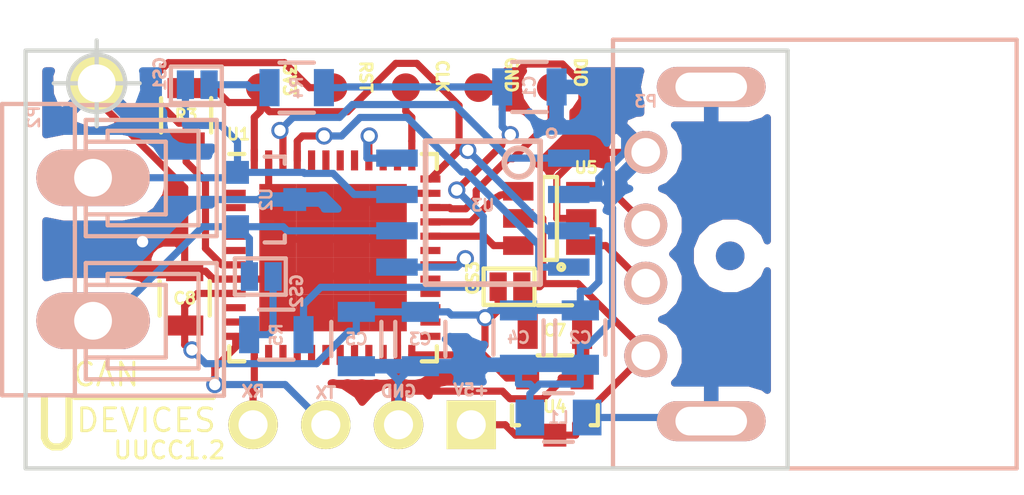
<source format=kicad_pcb>
(kicad_pcb (version 4) (host pcbnew 4.0.4-stable)

  (general
    (links 63)
    (no_connects 0)
    (area 140.316999 91.999999 167.080001 106.755001)
    (thickness 1.6)
    (drawings 19)
    (tracks 316)
    (zones 0)
    (modules 26)
    (nets 52)
  )

  (page A4)
  (layers
    (0 F.Cu signal)
    (31 B.Cu signal)
    (32 B.Adhes user)
    (33 F.Adhes user)
    (34 B.Paste user)
    (35 F.Paste user)
    (36 B.SilkS user)
    (37 F.SilkS user)
    (38 B.Mask user)
    (39 F.Mask user)
    (40 Dwgs.User user)
    (41 Cmts.User user)
    (42 Eco1.User user)
    (43 Eco2.User user)
    (44 Edge.Cuts user)
    (45 Margin user)
    (46 B.CrtYd user)
    (47 F.CrtYd user)
    (48 B.Fab user)
    (49 F.Fab user)
  )

  (setup
    (last_trace_width 0.25)
    (trace_clearance 0.2)
    (zone_clearance 0.508)
    (zone_45_only yes)
    (trace_min 0.2)
    (segment_width 0.2)
    (edge_width 0.15)
    (via_size 0.6)
    (via_drill 0.4)
    (via_min_size 0.4)
    (via_min_drill 0.3)
    (user_via 0.86 0.45)
    (uvia_size 0.3)
    (uvia_drill 0.1)
    (uvias_allowed no)
    (uvia_min_size 0.2)
    (uvia_min_drill 0.1)
    (pcb_text_width 0.3)
    (pcb_text_size 1.5 1.5)
    (mod_edge_width 0.15)
    (mod_text_size 0.4 0.4)
    (mod_text_width 0.09)
    (pad_size 0.8001 0.8001)
    (pad_drill 0)
    (pad_to_mask_clearance 0.2)
    (aux_axis_origin 0 0)
    (visible_elements 7FFFFF7F)
    (pcbplotparams
      (layerselection 0x3ffff_ffffffff)
      (usegerberextensions true)
      (excludeedgelayer true)
      (linewidth 0.100000)
      (plotframeref false)
      (viasonmask false)
      (mode 1)
      (useauxorigin false)
      (hpglpennumber 1)
      (hpglpenspeed 20)
      (hpglpendiameter 15)
      (hpglpenoverlay 2)
      (psnegative false)
      (psa4output false)
      (plotreference true)
      (plotvalue true)
      (plotinvisibletext false)
      (padsonsilk false)
      (subtractmaskfromsilk false)
      (outputformat 1)
      (mirror false)
      (drillshape 0)
      (scaleselection 1)
      (outputdirectory Gerber/))
  )

  (net 0 "")
  (net 1 "Net-(P1-Pad2)")
  (net 2 GND)
  (net 3 "Net-(C1-Pad2)")
  (net 4 +3V3)
  (net 5 +5V)
  (net 6 SW_CLK)
  (net 7 SW_DIO)
  (net 8 "Net-(P3-Pad2)")
  (net 9 "Net-(P3-Pad3)")
  (net 10 CAN_MOD)
  (net 11 CAN_RX)
  (net 12 CAN_TX)
  (net 13 "Net-(L1-Pad2)")
  (net 14 "Net-(U1-Pad32)")
  (net 15 "Net-(U1-Pad33)")
  (net 16 "Net-(GS1-Pad1)")
  (net 17 "Net-(GS1-Pad2)")
  (net 18 "Net-(GS2-Pad1)")
  (net 19 "Net-(GS2-Pad2)")
  (net 20 /USART_TX)
  (net 21 /USART_RX)
  (net 22 "Net-(U1-Pad1)")
  (net 23 "Net-(U1-Pad2)")
  (net 24 "Net-(U1-Pad3)")
  (net 25 "Net-(U1-Pad4)")
  (net 26 "Net-(U1-Pad6)")
  (net 27 "Net-(U1-Pad10)")
  (net 28 "Net-(U1-Pad11)")
  (net 29 "Net-(U1-Pad14)")
  (net 30 "Net-(U1-Pad15)")
  (net 31 "Net-(U1-Pad16)")
  (net 32 "Net-(U1-Pad17)")
  (net 33 "Net-(U1-Pad18)")
  (net 34 "Net-(U1-Pad19)")
  (net 35 "Net-(U1-Pad20)")
  (net 36 "Net-(U1-Pad21)")
  (net 37 "Net-(U1-Pad22)")
  (net 38 "Net-(U1-Pad25)")
  (net 39 "Net-(U1-Pad26)")
  (net 40 "Net-(U1-Pad27)")
  (net 41 "Net-(U1-Pad28)")
  (net 42 "Net-(U1-Pad29)")
  (net 43 "Net-(U1-Pad31)")
  (net 44 "Net-(U1-Pad38)")
  (net 45 "Net-(U1-Pad39)")
  (net 46 "Net-(U1-Pad41)")
  (net 47 "Net-(U1-Pad42)")
  (net 48 "Net-(U1-Pad43)")
  (net 49 "Net-(U1-Pad44)")
  (net 50 "Net-(U1-Pad5)")
  (net 51 CAN_MOD2)

  (net_class Default "This is the default net class."
    (clearance 0.2)
    (trace_width 0.25)
    (via_dia 0.6)
    (via_drill 0.4)
    (uvia_dia 0.3)
    (uvia_drill 0.1)
    (add_net +3V3)
    (add_net +5V)
    (add_net /USART_RX)
    (add_net /USART_TX)
    (add_net CAN_MOD)
    (add_net CAN_MOD2)
    (add_net CAN_RX)
    (add_net CAN_TX)
    (add_net GND)
    (add_net "Net-(C1-Pad2)")
    (add_net "Net-(GS1-Pad1)")
    (add_net "Net-(GS1-Pad2)")
    (add_net "Net-(GS2-Pad1)")
    (add_net "Net-(GS2-Pad2)")
    (add_net "Net-(L1-Pad2)")
    (add_net "Net-(P1-Pad2)")
    (add_net "Net-(P3-Pad2)")
    (add_net "Net-(P3-Pad3)")
    (add_net "Net-(U1-Pad1)")
    (add_net "Net-(U1-Pad10)")
    (add_net "Net-(U1-Pad11)")
    (add_net "Net-(U1-Pad14)")
    (add_net "Net-(U1-Pad15)")
    (add_net "Net-(U1-Pad16)")
    (add_net "Net-(U1-Pad17)")
    (add_net "Net-(U1-Pad18)")
    (add_net "Net-(U1-Pad19)")
    (add_net "Net-(U1-Pad2)")
    (add_net "Net-(U1-Pad20)")
    (add_net "Net-(U1-Pad21)")
    (add_net "Net-(U1-Pad22)")
    (add_net "Net-(U1-Pad25)")
    (add_net "Net-(U1-Pad26)")
    (add_net "Net-(U1-Pad27)")
    (add_net "Net-(U1-Pad28)")
    (add_net "Net-(U1-Pad29)")
    (add_net "Net-(U1-Pad3)")
    (add_net "Net-(U1-Pad31)")
    (add_net "Net-(U1-Pad32)")
    (add_net "Net-(U1-Pad33)")
    (add_net "Net-(U1-Pad38)")
    (add_net "Net-(U1-Pad39)")
    (add_net "Net-(U1-Pad4)")
    (add_net "Net-(U1-Pad41)")
    (add_net "Net-(U1-Pad42)")
    (add_net "Net-(U1-Pad43)")
    (add_net "Net-(U1-Pad44)")
    (add_net "Net-(U1-Pad5)")
    (add_net "Net-(U1-Pad6)")
    (add_net SW_CLK)
    (add_net SW_DIO)
  )

  (module Housings_DFN_QFN:QFN-48-1EP_7x7mm_Pitch0.5mm (layer F.Cu) (tedit 5785DBB7) (tstamp 57056901)
    (at 151.13 99.314)
    (descr "UK Package; 48-Lead Plastic QFN (7mm x 7mm); (see Linear Technology QFN_48_05-08-1704.pdf)")
    (tags "QFN 0.5")
    (path /570419FA)
    (attr smd)
    (fp_text reference U1 (at -3.302 -4.318) (layer F.SilkS)
      (effects (font (size 0.4 0.4) (thickness 0.09)))
    )
    (fp_text value STM32F042C6Ux (at 0 4.75) (layer F.Fab) hide
      (effects (font (size 1 1) (thickness 0.15)))
    )
    (fp_line (start -4 -4) (end -4 4) (layer F.CrtYd) (width 0.05))
    (fp_line (start 4 -4) (end 4 4) (layer F.CrtYd) (width 0.05))
    (fp_line (start -4 -4) (end 4 -4) (layer F.CrtYd) (width 0.05))
    (fp_line (start -4 4) (end 4 4) (layer F.CrtYd) (width 0.05))
    (fp_line (start 3.625 -3.625) (end 3.625 -3.1) (layer F.SilkS) (width 0.15))
    (fp_line (start -3.625 3.625) (end -3.625 3.1) (layer F.SilkS) (width 0.15))
    (fp_line (start 3.625 3.625) (end 3.625 3.1) (layer F.SilkS) (width 0.15))
    (fp_line (start -3.625 -3.625) (end -3.1 -3.625) (layer F.SilkS) (width 0.15))
    (fp_line (start -3.625 3.625) (end -3.1 3.625) (layer F.SilkS) (width 0.15))
    (fp_line (start 3.625 3.625) (end 3.1 3.625) (layer F.SilkS) (width 0.15))
    (fp_line (start 3.625 -3.625) (end 3.1 -3.625) (layer F.SilkS) (width 0.15))
    (pad 1 smd rect (at -3.4 -2.75) (size 0.7 0.25) (layers F.Cu F.Paste F.Mask)
      (net 22 "Net-(U1-Pad1)"))
    (pad 2 smd rect (at -3.4 -2.25) (size 0.7 0.25) (layers F.Cu F.Paste F.Mask)
      (net 23 "Net-(U1-Pad2)"))
    (pad 3 smd rect (at -3.4 -1.75) (size 0.7 0.25) (layers F.Cu F.Paste F.Mask)
      (net 24 "Net-(U1-Pad3)"))
    (pad 4 smd rect (at -3.4 -1.25) (size 0.7 0.25) (layers F.Cu F.Paste F.Mask)
      (net 25 "Net-(U1-Pad4)"))
    (pad 5 smd rect (at -3.4 -0.75) (size 0.7 0.25) (layers F.Cu F.Paste F.Mask)
      (net 50 "Net-(U1-Pad5)"))
    (pad 6 smd rect (at -3.4 -0.25) (size 0.7 0.25) (layers F.Cu F.Paste F.Mask)
      (net 26 "Net-(U1-Pad6)"))
    (pad 7 smd rect (at -3.4 0.25) (size 0.7 0.25) (layers F.Cu F.Paste F.Mask)
      (net 1 "Net-(P1-Pad2)"))
    (pad 8 smd rect (at -3.4 0.75) (size 0.7 0.25) (layers F.Cu F.Paste F.Mask)
      (net 2 GND))
    (pad 9 smd rect (at -3.4 1.25) (size 0.7 0.25) (layers F.Cu F.Paste F.Mask)
      (net 4 +3V3))
    (pad 10 smd rect (at -3.4 1.75) (size 0.7 0.25) (layers F.Cu F.Paste F.Mask)
      (net 27 "Net-(U1-Pad10)"))
    (pad 11 smd rect (at -3.4 2.25) (size 0.7 0.25) (layers F.Cu F.Paste F.Mask)
      (net 28 "Net-(U1-Pad11)"))
    (pad 12 smd rect (at -3.4 2.75) (size 0.7 0.25) (layers F.Cu F.Paste F.Mask)
      (net 20 /USART_TX))
    (pad 13 smd rect (at -2.75 3.4 90) (size 0.7 0.25) (layers F.Cu F.Paste F.Mask)
      (net 21 /USART_RX))
    (pad 14 smd rect (at -2.25 3.4 90) (size 0.7 0.25) (layers F.Cu F.Paste F.Mask)
      (net 29 "Net-(U1-Pad14)"))
    (pad 15 smd rect (at -1.75 3.4 90) (size 0.7 0.25) (layers F.Cu F.Paste F.Mask)
      (net 30 "Net-(U1-Pad15)"))
    (pad 16 smd rect (at -1.25 3.4 90) (size 0.7 0.25) (layers F.Cu F.Paste F.Mask)
      (net 31 "Net-(U1-Pad16)"))
    (pad 17 smd rect (at -0.75 3.4 90) (size 0.7 0.25) (layers F.Cu F.Paste F.Mask)
      (net 32 "Net-(U1-Pad17)"))
    (pad 18 smd rect (at -0.25 3.4 90) (size 0.7 0.25) (layers F.Cu F.Paste F.Mask)
      (net 33 "Net-(U1-Pad18)"))
    (pad 19 smd rect (at 0.25 3.4 90) (size 0.7 0.25) (layers F.Cu F.Paste F.Mask)
      (net 34 "Net-(U1-Pad19)"))
    (pad 20 smd rect (at 0.75 3.4 90) (size 0.7 0.25) (layers F.Cu F.Paste F.Mask)
      (net 35 "Net-(U1-Pad20)"))
    (pad 21 smd rect (at 1.25 3.4 90) (size 0.7 0.25) (layers F.Cu F.Paste F.Mask)
      (net 36 "Net-(U1-Pad21)"))
    (pad 22 smd rect (at 1.75 3.4 90) (size 0.7 0.25) (layers F.Cu F.Paste F.Mask)
      (net 37 "Net-(U1-Pad22)"))
    (pad 23 smd rect (at 2.25 3.4 90) (size 0.7 0.25) (layers F.Cu F.Paste F.Mask)
      (net 2 GND))
    (pad 24 smd rect (at 2.75 3.4 90) (size 0.7 0.25) (layers F.Cu F.Paste F.Mask)
      (net 4 +3V3))
    (pad 25 smd rect (at 3.4 2.75) (size 0.7 0.25) (layers F.Cu F.Paste F.Mask)
      (net 38 "Net-(U1-Pad25)"))
    (pad 26 smd rect (at 3.4 2.25) (size 0.7 0.25) (layers F.Cu F.Paste F.Mask)
      (net 39 "Net-(U1-Pad26)"))
    (pad 27 smd rect (at 3.4 1.75) (size 0.7 0.25) (layers F.Cu F.Paste F.Mask)
      (net 40 "Net-(U1-Pad27)"))
    (pad 28 smd rect (at 3.4 1.25) (size 0.7 0.25) (layers F.Cu F.Paste F.Mask)
      (net 41 "Net-(U1-Pad28)"))
    (pad 29 smd rect (at 3.4 0.75) (size 0.7 0.25) (layers F.Cu F.Paste F.Mask)
      (net 42 "Net-(U1-Pad29)"))
    (pad 30 smd rect (at 3.4 0.25) (size 0.7 0.25) (layers F.Cu F.Paste F.Mask)
      (net 51 CAN_MOD2))
    (pad 31 smd rect (at 3.4 -0.25) (size 0.7 0.25) (layers F.Cu F.Paste F.Mask)
      (net 43 "Net-(U1-Pad31)"))
    (pad 32 smd rect (at 3.4 -0.75) (size 0.7 0.25) (layers F.Cu F.Paste F.Mask)
      (net 14 "Net-(U1-Pad32)"))
    (pad 33 smd rect (at 3.4 -1.25) (size 0.7 0.25) (layers F.Cu F.Paste F.Mask)
      (net 15 "Net-(U1-Pad33)"))
    (pad 34 smd rect (at 3.4 -1.75) (size 0.7 0.25) (layers F.Cu F.Paste F.Mask)
      (net 7 SW_DIO))
    (pad 35 smd rect (at 3.4 -2.25) (size 0.7 0.25) (layers F.Cu F.Paste F.Mask)
      (net 2 GND))
    (pad 36 smd rect (at 3.4 -2.75) (size 0.7 0.25) (layers F.Cu F.Paste F.Mask)
      (net 4 +3V3))
    (pad 37 smd rect (at 2.75 -3.4 90) (size 0.7 0.25) (layers F.Cu F.Paste F.Mask)
      (net 6 SW_CLK))
    (pad 38 smd rect (at 2.25 -3.4 90) (size 0.7 0.25) (layers F.Cu F.Paste F.Mask)
      (net 44 "Net-(U1-Pad38)"))
    (pad 39 smd rect (at 1.75 -3.4 90) (size 0.7 0.25) (layers F.Cu F.Paste F.Mask)
      (net 45 "Net-(U1-Pad39)"))
    (pad 40 smd rect (at 1.25 -3.4 90) (size 0.7 0.25) (layers F.Cu F.Paste F.Mask)
      (net 10 CAN_MOD))
    (pad 41 smd rect (at 0.75 -3.4 90) (size 0.7 0.25) (layers F.Cu F.Paste F.Mask)
      (net 46 "Net-(U1-Pad41)"))
    (pad 42 smd rect (at 0.25 -3.4 90) (size 0.7 0.25) (layers F.Cu F.Paste F.Mask)
      (net 47 "Net-(U1-Pad42)"))
    (pad 43 smd rect (at -0.25 -3.4 90) (size 0.7 0.25) (layers F.Cu F.Paste F.Mask)
      (net 48 "Net-(U1-Pad43)"))
    (pad 44 smd rect (at -0.75 -3.4 90) (size 0.7 0.25) (layers F.Cu F.Paste F.Mask)
      (net 49 "Net-(U1-Pad44)"))
    (pad 45 smd rect (at -1.25 -3.4 90) (size 0.7 0.25) (layers F.Cu F.Paste F.Mask)
      (net 11 CAN_RX))
    (pad 46 smd rect (at -1.75 -3.4 90) (size 0.7 0.25) (layers F.Cu F.Paste F.Mask)
      (net 12 CAN_TX))
    (pad 47 smd rect (at -2.25 -3.4 90) (size 0.7 0.25) (layers F.Cu F.Paste F.Mask)
      (net 2 GND))
    (pad 48 smd rect (at -2.75 -3.4 90) (size 0.7 0.25) (layers F.Cu F.Paste F.Mask)
      (net 4 +3V3))
    (pad 49 smd rect (at 1.93125 1.93125) (size 1.2875 1.2875) (layers F.Cu F.Paste F.Mask)
      (solder_paste_margin_ratio -0.2))
    (pad 49 smd rect (at 1.93125 0.64375) (size 1.2875 1.2875) (layers F.Cu F.Paste F.Mask)
      (solder_paste_margin_ratio -0.2))
    (pad 49 smd rect (at 1.93125 -0.64375) (size 1.2875 1.2875) (layers F.Cu F.Paste F.Mask)
      (solder_paste_margin_ratio -0.2))
    (pad 49 smd rect (at 1.93125 -1.93125) (size 1.2875 1.2875) (layers F.Cu F.Paste F.Mask)
      (solder_paste_margin_ratio -0.2))
    (pad 49 smd rect (at 0.64375 1.93125) (size 1.2875 1.2875) (layers F.Cu F.Paste F.Mask)
      (solder_paste_margin_ratio -0.2))
    (pad 49 smd rect (at 0.64375 0.64375) (size 1.2875 1.2875) (layers F.Cu F.Paste F.Mask)
      (solder_paste_margin_ratio -0.2))
    (pad 49 smd rect (at 0.64375 -0.64375) (size 1.2875 1.2875) (layers F.Cu F.Paste F.Mask)
      (solder_paste_margin_ratio -0.2))
    (pad 49 smd rect (at 0.64375 -1.93125) (size 1.2875 1.2875) (layers F.Cu F.Paste F.Mask)
      (solder_paste_margin_ratio -0.2))
    (pad 49 smd rect (at -0.64375 1.93125) (size 1.2875 1.2875) (layers F.Cu F.Paste F.Mask)
      (solder_paste_margin_ratio -0.2))
    (pad 49 smd rect (at -0.64375 0.64375) (size 1.2875 1.2875) (layers F.Cu F.Paste F.Mask)
      (solder_paste_margin_ratio -0.2))
    (pad 49 smd rect (at -0.64375 -0.64375) (size 1.2875 1.2875) (layers F.Cu F.Paste F.Mask)
      (solder_paste_margin_ratio -0.2))
    (pad 49 smd rect (at -0.64375 -1.93125) (size 1.2875 1.2875) (layers F.Cu F.Paste F.Mask)
      (solder_paste_margin_ratio -0.2))
    (pad 49 smd rect (at -1.93125 1.93125) (size 1.2875 1.2875) (layers F.Cu F.Paste F.Mask)
      (solder_paste_margin_ratio -0.2))
    (pad 49 smd rect (at -1.93125 0.64375) (size 1.2875 1.2875) (layers F.Cu F.Paste F.Mask)
      (solder_paste_margin_ratio -0.2))
    (pad 49 smd rect (at -1.93125 -0.64375) (size 1.2875 1.2875) (layers F.Cu F.Paste F.Mask)
      (solder_paste_margin_ratio -0.2))
    (pad 49 smd rect (at -1.93125 -1.93125) (size 1.2875 1.2875) (layers F.Cu F.Paste F.Mask)
      (solder_paste_margin_ratio -0.2))
    (model Housings_DFN_QFN.3dshapes/QFN-48-1EP_7x7mm_Pitch0.5mm.wrl
      (at (xyz 0 0 0))
      (scale (xyz 1 1 1))
      (rotate (xyz 0 0 0))
    )
  )

  (module Resistors_SMD:R_0805 (layer F.Cu) (tedit 57115E54) (tstamp 570568BD)
    (at 145.999 94.3356 90)
    (descr "Resistor SMD 0805, reflow soldering, Vishay (see dcrcw.pdf)")
    (tags "resistor 0805")
    (path /5705676D)
    (attr smd)
    (fp_text reference R3 (at 0 0 180) (layer F.SilkS)
      (effects (font (size 0.4 0.4) (thickness 0.09)))
    )
    (fp_text value 10k (at 0 2.1 90) (layer F.Fab) hide
      (effects (font (size 1 1) (thickness 0.15)))
    )
    (fp_line (start -1.6 -1) (end 1.6 -1) (layer F.CrtYd) (width 0.05))
    (fp_line (start -1.6 1) (end 1.6 1) (layer F.CrtYd) (width 0.05))
    (fp_line (start -1.6 -1) (end -1.6 1) (layer F.CrtYd) (width 0.05))
    (fp_line (start 1.6 -1) (end 1.6 1) (layer F.CrtYd) (width 0.05))
    (fp_line (start 0.6 0.875) (end -0.6 0.875) (layer F.SilkS) (width 0.15))
    (fp_line (start -0.6 -0.875) (end 0.6 -0.875) (layer F.SilkS) (width 0.15))
    (pad 1 smd rect (at -0.95 0 90) (size 0.7 1.3) (layers F.Cu F.Paste F.Mask)
      (net 1 "Net-(P1-Pad2)"))
    (pad 2 smd rect (at 0.95 0 90) (size 0.7 1.3) (layers F.Cu F.Paste F.Mask)
      (net 4 +3V3))
    (model Resistors_SMD.3dshapes/R_0805.wrl
      (at (xyz 0 0 0))
      (scale (xyz 1 1 1))
      (rotate (xyz 0 0 0))
    )
  )

  (module usb_ccb_custom:AK300-2MIRROR (layer B.Cu) (tedit 578542AC) (tstamp 5708F3D7)
    (at 142.748 96.52 270)
    (descr CONNECTOR)
    (tags CONNECTOR)
    (path /5706DEBC)
    (attr virtual)
    (fp_text reference P2 (at -2.12 2.075 270) (layer B.SilkS)
      (effects (font (size 0.4 0.4) (thickness 0.09)) (justify mirror))
    )
    (fp_text value CONN_01X02 (at 2.286 -5.588 270) (layer B.Fab) hide
      (effects (font (size 1 1) (thickness 0.15)) (justify mirror))
    )
    (fp_line (start -2.54 0.762) (end -2.54 -4.572) (layer B.SilkS) (width 0.15))
    (fp_line (start -2.54 -4.572) (end 7.62 -4.572) (layer B.SilkS) (width 0.15))
    (fp_line (start 7.62 -4.572) (end 7.62 0.762) (layer B.SilkS) (width 0.15))
    (fp_line (start -1.2596 -2.54) (end 1.2804 -2.54) (layer B.SilkS) (width 0.15))
    (fp_line (start 1.2804 -2.54) (end 1.2804 0.254) (layer B.SilkS) (width 0.15))
    (fp_line (start -1.2596 0.254) (end 1.2804 0.254) (layer B.SilkS) (width 0.15))
    (fp_line (start -1.2596 -2.54) (end -1.2596 0.254) (layer B.SilkS) (width 0.15))
    (fp_line (start 3.7442 -2.54) (end 6.2842 -2.54) (layer B.SilkS) (width 0.15))
    (fp_line (start 6.2842 -2.54) (end 6.2842 0.254) (layer B.SilkS) (width 0.15))
    (fp_line (start 3.7442 0.254) (end 6.2842 0.254) (layer B.SilkS) (width 0.15))
    (fp_line (start 3.7442 -2.54) (end 3.7442 0.254) (layer B.SilkS) (width 0.15))
    (fp_line (start 7.0462 0.254) (end 7.0462 -4.318) (layer B.SilkS) (width 0.15))
    (fp_line (start -2.0216 0.254) (end -2.0216 -4.318) (layer B.SilkS) (width 0.15))
    (fp_line (start 2.9822 -4.318) (end 7.0462 -4.318) (layer B.SilkS) (width 0.15))
    (fp_line (start 2.9822 -4.318) (end 2.9822 0.254) (layer B.SilkS) (width 0.15))
    (fp_line (start 2.0424 -4.318) (end -2.0216 -4.318) (layer B.SilkS) (width 0.15))
    (fp_line (start 2.0424 -4.318) (end 2.0424 0.254) (layer B.SilkS) (width 0.15))
    (fp_line (start 6.6652 -3.683) (end 6.6652 -0.508) (layer B.SilkS) (width 0.15))
    (fp_line (start 6.6652 -3.683) (end 3.3632 -3.683) (layer B.SilkS) (width 0.15))
    (fp_line (start 3.3632 -3.683) (end 3.3632 -0.508) (layer B.SilkS) (width 0.15))
    (fp_line (start 1.6614 -3.683) (end 1.6614 -0.508) (layer B.SilkS) (width 0.15))
    (fp_line (start 1.6614 -3.683) (end -1.6406 -3.683) (layer B.SilkS) (width 0.15))
    (fp_line (start -1.6406 -3.683) (end -1.6406 -0.508) (layer B.SilkS) (width 0.15))
    (fp_line (start -1.6406 -0.508) (end -1.2596 -0.508) (layer B.SilkS) (width 0.15))
    (fp_line (start 1.6614 -0.508) (end 1.2804 -0.508) (layer B.SilkS) (width 0.15))
    (fp_line (start 3.3632 -0.508) (end 3.7442 -0.508) (layer B.SilkS) (width 0.15))
    (fp_line (start 6.6652 -0.508) (end 6.2842 -0.508) (layer B.SilkS) (width 0.15))
    (fp_line (start -2.58 0.635) (end -2.58 3.175) (layer B.SilkS) (width 0.15))
    (fp_line (start 7.605 1.651) (end 7.605 0.635) (layer B.SilkS) (width 0.15))
    (fp_line (start -2.58 3.175) (end 7.605 3.175) (layer B.SilkS) (width 0.15))
    (fp_line (start 7.605 3.175) (end 7.605 1.651) (layer B.SilkS) (width 0.15))
    (fp_line (start -2.0216 0.254) (end -1.6406 0.254) (layer B.SilkS) (width 0.15))
    (fp_line (start 2.0424 0.254) (end 1.6614 0.254) (layer B.SilkS) (width 0.15))
    (fp_line (start 1.6614 0.254) (end -1.6406 0.254) (layer B.SilkS) (width 0.15))
    (fp_line (start -2.58 0.635) (end -1.6406 0.635) (layer B.SilkS) (width 0.15))
    (fp_line (start -1.6406 0.635) (end 1.6614 0.635) (layer B.SilkS) (width 0.15))
    (fp_line (start 1.6614 0.635) (end 3.3632 0.635) (layer B.SilkS) (width 0.15))
    (fp_line (start 7.605 0.635) (end 6.6652 0.635) (layer B.SilkS) (width 0.15))
    (fp_line (start 6.6652 0.635) (end 3.3632 0.635) (layer B.SilkS) (width 0.15))
    (fp_line (start 7.0462 0.254) (end 6.6652 0.254) (layer B.SilkS) (width 0.15))
    (fp_line (start 2.9822 0.254) (end 3.3632 0.254) (layer B.SilkS) (width 0.15))
    (fp_line (start 3.3632 0.254) (end 6.6652 0.254) (layer B.SilkS) (width 0.15))
    (pad 2 thru_hole oval (at 0 0 270) (size 1.9812 3.9624) (drill 1.3208) (layers *.Cu *.Mask B.SilkS)
      (net 17 "Net-(GS1-Pad2)"))
    (pad 1 thru_hole oval (at 5 0 270) (size 1.9812 3.9624) (drill 1.3208) (layers *.Cu *.Mask B.SilkS)
      (net 19 "Net-(GS2-Pad2)"))
  )

  (module Resistors_SMD:R_0805 (layer B.Cu) (tedit 57115E4E) (tstamp 5708C7A0)
    (at 157.988 93.345 180)
    (descr "Resistor SMD 0805, reflow soldering, Vishay (see dcrcw.pdf)")
    (tags "resistor 0805")
    (path /5708E07A)
    (attr smd)
    (fp_text reference C1 (at 0 0 270) (layer B.SilkS)
      (effects (font (size 0.4 0.4) (thickness 0.09)) (justify mirror))
    )
    (fp_text value 10n (at 0 -2.1 180) (layer B.Fab) hide
      (effects (font (size 1 1) (thickness 0.15)) (justify mirror))
    )
    (fp_line (start -1.6 1) (end 1.6 1) (layer B.CrtYd) (width 0.05))
    (fp_line (start -1.6 -1) (end 1.6 -1) (layer B.CrtYd) (width 0.05))
    (fp_line (start -1.6 1) (end -1.6 -1) (layer B.CrtYd) (width 0.05))
    (fp_line (start 1.6 1) (end 1.6 -1) (layer B.CrtYd) (width 0.05))
    (fp_line (start 0.6 -0.875) (end -0.6 -0.875) (layer B.SilkS) (width 0.15))
    (fp_line (start -0.6 0.875) (end 0.6 0.875) (layer B.SilkS) (width 0.15))
    (pad 1 smd rect (at -0.95 0 180) (size 0.7 1.3) (layers B.Cu B.Paste B.Mask)
      (net 2 GND))
    (pad 2 smd rect (at 0.95 0 180) (size 0.7 1.3) (layers B.Cu B.Paste B.Mask)
      (net 3 "Net-(C1-Pad2)"))
    (model Resistors_SMD.3dshapes/R_0805.wrl
      (at (xyz 0 0 0))
      (scale (xyz 1 1 1))
      (rotate (xyz 0 0 0))
    )
  )

  (module Resistors_SMD:R_0805 (layer B.Cu) (tedit 57115E50) (tstamp 5708C7AC)
    (at 159.766 102.108 270)
    (descr "Resistor SMD 0805, reflow soldering, Vishay (see dcrcw.pdf)")
    (tags "resistor 0805")
    (path /5708B5D9)
    (attr smd)
    (fp_text reference C2 (at 0 0 360) (layer B.SilkS)
      (effects (font (size 0.4 0.4) (thickness 0.09)) (justify mirror))
    )
    (fp_text value 100n (at 0 -2.1 270) (layer B.Fab) hide
      (effects (font (size 1 1) (thickness 0.15)) (justify mirror))
    )
    (fp_line (start -1.6 1) (end 1.6 1) (layer B.CrtYd) (width 0.05))
    (fp_line (start -1.6 -1) (end 1.6 -1) (layer B.CrtYd) (width 0.05))
    (fp_line (start -1.6 1) (end -1.6 -1) (layer B.CrtYd) (width 0.05))
    (fp_line (start 1.6 1) (end 1.6 -1) (layer B.CrtYd) (width 0.05))
    (fp_line (start 0.6 -0.875) (end -0.6 -0.875) (layer B.SilkS) (width 0.15))
    (fp_line (start -0.6 0.875) (end 0.6 0.875) (layer B.SilkS) (width 0.15))
    (pad 1 smd rect (at -0.95 0 270) (size 0.7 1.3) (layers B.Cu B.Paste B.Mask)
      (net 4 +3V3))
    (pad 2 smd rect (at 0.95 0 270) (size 0.7 1.3) (layers B.Cu B.Paste B.Mask)
      (net 2 GND))
    (model Resistors_SMD.3dshapes/R_0805.wrl
      (at (xyz 0 0 0))
      (scale (xyz 1 1 1))
      (rotate (xyz 0 0 0))
    )
  )

  (module Resistors_SMD:R_0805 (layer B.Cu) (tedit 57115E52) (tstamp 5708C7B8)
    (at 154.178 102.159 270)
    (descr "Resistor SMD 0805, reflow soldering, Vishay (see dcrcw.pdf)")
    (tags "resistor 0805")
    (path /5708AC0C)
    (attr smd)
    (fp_text reference C3 (at 0 0 360) (layer B.SilkS)
      (effects (font (size 0.4 0.4) (thickness 0.09)) (justify mirror))
    )
    (fp_text value 10u (at 0 -2.1 270) (layer B.Fab) hide
      (effects (font (size 1 1) (thickness 0.15)) (justify mirror))
    )
    (fp_line (start -1.6 1) (end 1.6 1) (layer B.CrtYd) (width 0.05))
    (fp_line (start -1.6 -1) (end 1.6 -1) (layer B.CrtYd) (width 0.05))
    (fp_line (start -1.6 1) (end -1.6 -1) (layer B.CrtYd) (width 0.05))
    (fp_line (start 1.6 1) (end 1.6 -1) (layer B.CrtYd) (width 0.05))
    (fp_line (start 0.6 -0.875) (end -0.6 -0.875) (layer B.SilkS) (width 0.15))
    (fp_line (start -0.6 0.875) (end 0.6 0.875) (layer B.SilkS) (width 0.15))
    (pad 1 smd rect (at -0.95 0 270) (size 0.7 1.3) (layers B.Cu B.Paste B.Mask)
      (net 4 +3V3))
    (pad 2 smd rect (at 0.95 0 270) (size 0.7 1.3) (layers B.Cu B.Paste B.Mask)
      (net 2 GND))
    (model Resistors_SMD.3dshapes/R_0805.wrl
      (at (xyz 0 0 0))
      (scale (xyz 1 1 1))
      (rotate (xyz 0 0 0))
    )
  )

  (module Resistors_SMD:R_0805 (layer B.Cu) (tedit 57115E64) (tstamp 5708C7C4)
    (at 157.607 102.108 270)
    (descr "Resistor SMD 0805, reflow soldering, Vishay (see dcrcw.pdf)")
    (tags "resistor 0805")
    (path /5706EB05)
    (attr smd)
    (fp_text reference C4 (at 0 0 360) (layer B.SilkS)
      (effects (font (size 0.4 0.4) (thickness 0.09)) (justify mirror))
    )
    (fp_text value 10nC (at 0 -2.1 270) (layer B.Fab) hide
      (effects (font (size 1 1) (thickness 0.15)) (justify mirror))
    )
    (fp_line (start -1.6 1) (end 1.6 1) (layer B.CrtYd) (width 0.05))
    (fp_line (start -1.6 -1) (end 1.6 -1) (layer B.CrtYd) (width 0.05))
    (fp_line (start -1.6 1) (end -1.6 -1) (layer B.CrtYd) (width 0.05))
    (fp_line (start 1.6 1) (end 1.6 -1) (layer B.CrtYd) (width 0.05))
    (fp_line (start 0.6 -0.875) (end -0.6 -0.875) (layer B.SilkS) (width 0.15))
    (fp_line (start -0.6 0.875) (end 0.6 0.875) (layer B.SilkS) (width 0.15))
    (pad 1 smd rect (at -0.95 0 270) (size 0.7 1.3) (layers B.Cu B.Paste B.Mask)
      (net 4 +3V3))
    (pad 2 smd rect (at 0.95 0 270) (size 0.7 1.3) (layers B.Cu B.Paste B.Mask)
      (net 2 GND))
    (model Resistors_SMD.3dshapes/R_0805.wrl
      (at (xyz 0 0 0))
      (scale (xyz 1 1 1))
      (rotate (xyz 0 0 0))
    )
  )

  (module Resistors_SMD:R_0805 (layer F.Cu) (tedit 57115E6C) (tstamp 5708C7E8)
    (at 158.877 101.854)
    (descr "Resistor SMD 0805, reflow soldering, Vishay (see dcrcw.pdf)")
    (tags "resistor 0805")
    (path /5706F46D)
    (attr smd)
    (fp_text reference C7 (at 0 0) (layer F.SilkS)
      (effects (font (size 0.4 0.4) (thickness 0.09)))
    )
    (fp_text value 1uC (at 0 2.1) (layer F.Fab) hide
      (effects (font (size 1 1) (thickness 0.15)))
    )
    (fp_line (start -1.6 -1) (end 1.6 -1) (layer F.CrtYd) (width 0.05))
    (fp_line (start -1.6 1) (end 1.6 1) (layer F.CrtYd) (width 0.05))
    (fp_line (start -1.6 -1) (end -1.6 1) (layer F.CrtYd) (width 0.05))
    (fp_line (start 1.6 -1) (end 1.6 1) (layer F.CrtYd) (width 0.05))
    (fp_line (start 0.6 0.875) (end -0.6 0.875) (layer F.SilkS) (width 0.15))
    (fp_line (start -0.6 -0.875) (end 0.6 -0.875) (layer F.SilkS) (width 0.15))
    (pad 1 smd rect (at -0.95 0) (size 0.7 1.3) (layers F.Cu F.Paste F.Mask)
      (net 5 +5V))
    (pad 2 smd rect (at 0.95 0) (size 0.7 1.3) (layers F.Cu F.Paste F.Mask)
      (net 2 GND))
    (model Resistors_SMD.3dshapes/R_0805.wrl
      (at (xyz 0 0 0))
      (scale (xyz 1 1 1))
      (rotate (xyz 0 0 0))
    )
  )

  (module Resistors_SMD:R_0805 (layer F.Cu) (tedit 57115E61) (tstamp 5708C7F4)
    (at 145.948 100.736 90)
    (descr "Resistor SMD 0805, reflow soldering, Vishay (see dcrcw.pdf)")
    (tags "resistor 0805")
    (path /5706F1F3)
    (attr smd)
    (fp_text reference C8 (at 0 0 180) (layer F.SilkS)
      (effects (font (size 0.4 0.4) (thickness 0.09)))
    )
    (fp_text value 1uC (at 0 2.1 90) (layer F.Fab) hide
      (effects (font (size 1 1) (thickness 0.15)))
    )
    (fp_line (start -1.6 -1) (end 1.6 -1) (layer F.CrtYd) (width 0.05))
    (fp_line (start -1.6 1) (end 1.6 1) (layer F.CrtYd) (width 0.05))
    (fp_line (start -1.6 -1) (end -1.6 1) (layer F.CrtYd) (width 0.05))
    (fp_line (start 1.6 -1) (end 1.6 1) (layer F.CrtYd) (width 0.05))
    (fp_line (start 0.6 0.875) (end -0.6 0.875) (layer F.SilkS) (width 0.15))
    (fp_line (start -0.6 -0.875) (end 0.6 -0.875) (layer F.SilkS) (width 0.15))
    (pad 1 smd rect (at -0.95 0 90) (size 0.7 1.3) (layers F.Cu F.Paste F.Mask)
      (net 4 +3V3))
    (pad 2 smd rect (at 0.95 0 90) (size 0.7 1.3) (layers F.Cu F.Paste F.Mask)
      (net 2 GND))
    (model Resistors_SMD.3dshapes/R_0805.wrl
      (at (xyz 0 0 0))
      (scale (xyz 1 1 1))
      (rotate (xyz 0 0 0))
    )
  )

  (module Resistors_SMD:R_0805 (layer B.Cu) (tedit 57115E4C) (tstamp 5708C800)
    (at 149.86 93.3704)
    (descr "Resistor SMD 0805, reflow soldering, Vishay (see dcrcw.pdf)")
    (tags "resistor 0805")
    (path /5708DAC6)
    (attr smd)
    (fp_text reference R4 (at 0 0 270) (layer B.SilkS)
      (effects (font (size 0.4 0.4) (thickness 0.09)) (justify mirror))
    )
    (fp_text value 60R (at 0 -2.1) (layer B.Fab) hide
      (effects (font (size 1 1) (thickness 0.15)) (justify mirror))
    )
    (fp_line (start -1.6 1) (end 1.6 1) (layer B.CrtYd) (width 0.05))
    (fp_line (start -1.6 -1) (end 1.6 -1) (layer B.CrtYd) (width 0.05))
    (fp_line (start -1.6 1) (end -1.6 -1) (layer B.CrtYd) (width 0.05))
    (fp_line (start 1.6 1) (end 1.6 -1) (layer B.CrtYd) (width 0.05))
    (fp_line (start 0.6 -0.875) (end -0.6 -0.875) (layer B.SilkS) (width 0.15))
    (fp_line (start -0.6 0.875) (end 0.6 0.875) (layer B.SilkS) (width 0.15))
    (pad 1 smd rect (at -0.95 0) (size 0.7 1.3) (layers B.Cu B.Paste B.Mask)
      (net 16 "Net-(GS1-Pad1)"))
    (pad 2 smd rect (at 0.95 0) (size 0.7 1.3) (layers B.Cu B.Paste B.Mask)
      (net 3 "Net-(C1-Pad2)"))
    (model Resistors_SMD.3dshapes/R_0805.wrl
      (at (xyz 0 0 0))
      (scale (xyz 1 1 1))
      (rotate (xyz 0 0 0))
    )
  )

  (module Resistors_SMD:R_0805 (layer B.Cu) (tedit 57115E48) (tstamp 5708C80C)
    (at 149.149 102.006 180)
    (descr "Resistor SMD 0805, reflow soldering, Vishay (see dcrcw.pdf)")
    (tags "resistor 0805")
    (path /5708DE1C)
    (attr smd)
    (fp_text reference R5 (at 0 0 270) (layer B.SilkS)
      (effects (font (size 0.4 0.4) (thickness 0.09)) (justify mirror))
    )
    (fp_text value 60R (at 0 -2.1 180) (layer B.Fab) hide
      (effects (font (size 1 1) (thickness 0.15)) (justify mirror))
    )
    (fp_line (start -1.6 1) (end 1.6 1) (layer B.CrtYd) (width 0.05))
    (fp_line (start -1.6 -1) (end 1.6 -1) (layer B.CrtYd) (width 0.05))
    (fp_line (start -1.6 1) (end -1.6 -1) (layer B.CrtYd) (width 0.05))
    (fp_line (start 1.6 1) (end 1.6 -1) (layer B.CrtYd) (width 0.05))
    (fp_line (start 0.6 -0.875) (end -0.6 -0.875) (layer B.SilkS) (width 0.15))
    (fp_line (start -0.6 0.875) (end 0.6 0.875) (layer B.SilkS) (width 0.15))
    (pad 1 smd rect (at -0.95 0 180) (size 0.7 1.3) (layers B.Cu B.Paste B.Mask)
      (net 3 "Net-(C1-Pad2)"))
    (pad 2 smd rect (at 0.95 0 180) (size 0.7 1.3) (layers B.Cu B.Paste B.Mask)
      (net 18 "Net-(GS2-Pad1)"))
    (model Resistors_SMD.3dshapes/R_0805.wrl
      (at (xyz 0 0 0))
      (scale (xyz 1 1 1))
      (rotate (xyz 0 0 0))
    )
  )

  (module TO_SOT_Packages_SMD:SOT-23 (layer B.Cu) (tedit 5785E624) (tstamp 5708C81C)
    (at 148.7932 97.282 90)
    (descr "SOT-23, Standard")
    (tags SOT-23)
    (path /5708D55A)
    (attr smd)
    (fp_text reference U2 (at 0 0 270) (layer B.SilkS)
      (effects (font (size 0.4 0.4) (thickness 0.09)) (justify mirror))
    )
    (fp_text value PSD2CAN (at 0 -2.3 90) (layer B.Fab) hide
      (effects (font (size 1 1) (thickness 0.15)) (justify mirror))
    )
    (fp_line (start -1.65 1.6) (end 1.65 1.6) (layer B.CrtYd) (width 0.05))
    (fp_line (start 1.65 1.6) (end 1.65 -1.6) (layer B.CrtYd) (width 0.05))
    (fp_line (start 1.65 -1.6) (end -1.65 -1.6) (layer B.CrtYd) (width 0.05))
    (fp_line (start -1.65 -1.6) (end -1.65 1.6) (layer B.CrtYd) (width 0.05))
    (fp_line (start 1.29916 0.65024) (end 1.2509 0.65024) (layer B.SilkS) (width 0.15))
    (fp_line (start -1.49982 -0.0508) (end -1.49982 0.65024) (layer B.SilkS) (width 0.15))
    (fp_line (start -1.49982 0.65024) (end -1.2509 0.65024) (layer B.SilkS) (width 0.15))
    (fp_line (start 1.29916 0.65024) (end 1.49982 0.65024) (layer B.SilkS) (width 0.15))
    (fp_line (start 1.49982 0.65024) (end 1.49982 -0.0508) (layer B.SilkS) (width 0.15))
    (pad 1 smd rect (at -0.95 -1.00076 90) (size 0.8001 0.8001) (layers B.Cu B.Paste B.Mask)
      (net 19 "Net-(GS2-Pad2)"))
    (pad 2 smd rect (at 0.95 -1.00076 90) (size 0.8001 0.8001) (layers B.Cu B.Paste B.Mask)
      (net 17 "Net-(GS1-Pad2)"))
    (pad 3 smd rect (at 0 0.99822 90) (size 0.8001 0.8001) (layers B.Cu B.Paste B.Mask)
      (net 2 GND))
    (model TO_SOT_Packages_SMD.3dshapes/SOT-23.wrl
      (at (xyz 0 0 0))
      (scale (xyz 1 1 1))
      (rotate (xyz 0 0 0))
    )
  )

  (module SO:SO (layer B.Cu) (tedit 57115E57) (tstamp 5708C82E)
    (at 156.362 97.7392 180)
    (descr "Small Outline w/ Pins")
    (tags "SOIC SSOP TSSOP")
    (path /57081903)
    (attr smd)
    (fp_text reference U3 (at 0 0.254 180) (layer B.SilkS)
      (effects (font (size 0.4 0.4) (thickness 0.09)) (justify mirror))
    )
    (fp_text value TCAN332 (at 0 5.08 180) (layer B.SilkS) hide
      (effects (font (size 0.65 0.65) (thickness 0.0975)) (justify mirror))
    )
    (fp_text user ○ (at -2.4 2.805 180) (layer B.SilkS)
      (effects (font (size 0.4 0.4) (thickness 0.1)) (justify mirror))
    )
    (fp_line (start -2 2.5) (end 2 2.5) (layer B.SilkS) (width 0.2))
    (fp_line (start 2 2.5) (end 2 -2.5) (layer B.SilkS) (width 0.2))
    (fp_line (start 2 -2.5) (end -2 -2.5) (layer B.SilkS) (width 0.2))
    (fp_line (start -2 -2.5) (end -2 2.5) (layer B.SilkS) (width 0.2))
    (fp_circle (center -1.25 1.75) (end -0.75 1.75) (layer B.SilkS) (width 0.2))
    (pad 1 smd rect (at -3 1.905 180) (size 1.45 0.6) (layers B.Cu B.Paste B.Mask)
      (net 12 CAN_TX))
    (pad 2 smd rect (at -3 0.635 180) (size 1.45 0.6) (layers B.Cu B.Paste B.Mask)
      (net 2 GND))
    (pad 3 smd rect (at -3 -0.635 180) (size 1.45 0.6) (layers B.Cu B.Paste B.Mask)
      (net 4 +3V3))
    (pad 4 smd rect (at -3 -1.905 180) (size 1.45 0.6) (layers B.Cu B.Paste B.Mask)
      (net 11 CAN_RX))
    (pad 5 smd rect (at 3 -1.905 180) (size 1.45 0.6) (layers B.Cu B.Paste B.Mask)
      (net 51 CAN_MOD2))
    (pad 6 smd rect (at 3 -0.635 180) (size 1.45 0.6) (layers B.Cu B.Paste B.Mask)
      (net 19 "Net-(GS2-Pad2)"))
    (pad 7 smd rect (at 3 0.635 180) (size 1.45 0.6) (layers B.Cu B.Paste B.Mask)
      (net 17 "Net-(GS1-Pad2)"))
    (pad 8 smd rect (at 3 1.905 180) (size 1.45 0.6) (layers B.Cu B.Paste B.Mask)
      (net 10 CAN_MOD))
    (model SO.wrl
      (at (xyz 0 0 0))
      (scale (xyz 0.3937 0.3937 0.3937))
      (rotate (xyz 0 0 0))
    )
  )

  (module TO_SOT_Packages_SMD:SOT-23 (layer F.Cu) (tedit 57115E65) (tstamp 5708C83E)
    (at 158.877 104.521 180)
    (descr "SOT-23, Standard")
    (tags SOT-23)
    (path /5707DD46)
    (attr smd)
    (fp_text reference U4 (at 0 0 180) (layer F.SilkS)
      (effects (font (size 0.4 0.4) (thickness 0.09)))
    )
    (fp_text value MCP1700T-3302E/TT (at 0 2.3 180) (layer F.Fab) hide
      (effects (font (size 1 1) (thickness 0.15)))
    )
    (fp_line (start -1.65 -1.6) (end 1.65 -1.6) (layer F.CrtYd) (width 0.05))
    (fp_line (start 1.65 -1.6) (end 1.65 1.6) (layer F.CrtYd) (width 0.05))
    (fp_line (start 1.65 1.6) (end -1.65 1.6) (layer F.CrtYd) (width 0.05))
    (fp_line (start -1.65 1.6) (end -1.65 -1.6) (layer F.CrtYd) (width 0.05))
    (fp_line (start 1.29916 -0.65024) (end 1.2509 -0.65024) (layer F.SilkS) (width 0.15))
    (fp_line (start -1.49982 0.0508) (end -1.49982 -0.65024) (layer F.SilkS) (width 0.15))
    (fp_line (start -1.49982 -0.65024) (end -1.2509 -0.65024) (layer F.SilkS) (width 0.15))
    (fp_line (start 1.29916 -0.65024) (end 1.49982 -0.65024) (layer F.SilkS) (width 0.15))
    (fp_line (start 1.49982 -0.65024) (end 1.49982 0.0508) (layer F.SilkS) (width 0.15))
    (pad 1 smd rect (at -0.95 1.00076 180) (size 0.8001 0.8001) (layers F.Cu F.Paste F.Mask)
      (net 2 GND))
    (pad 2 smd rect (at 0.95 1.00076 180) (size 0.8001 0.8001) (layers F.Cu F.Paste F.Mask)
      (net 4 +3V3))
    (pad 3 smd rect (at 0 -0.99822 180) (size 0.8001 0.8001) (layers F.Cu F.Paste F.Mask)
      (net 5 +5V))
    (model TO_SOT_Packages_SMD.3dshapes/SOT-23.wrl
      (at (xyz 0 0 0))
      (scale (xyz 1 1 1))
      (rotate (xyz 0 0 0))
    )
  )

  (module Resistors_SMD:R_0805 (layer B.Cu) (tedit 57115E5F) (tstamp 5708C7D0)
    (at 151.943 102.159 270)
    (descr "Resistor SMD 0805, reflow soldering, Vishay (see dcrcw.pdf)")
    (tags "resistor 0805")
    (path /5706ED0B)
    (attr smd)
    (fp_text reference C5 (at 0 0 540) (layer B.SilkS)
      (effects (font (size 0.4 0.4) (thickness 0.09)) (justify mirror))
    )
    (fp_text value 100nC (at 0 -2.1 270) (layer B.Fab) hide
      (effects (font (size 1 1) (thickness 0.15)) (justify mirror))
    )
    (fp_line (start -1.6 1) (end 1.6 1) (layer B.CrtYd) (width 0.05))
    (fp_line (start -1.6 -1) (end 1.6 -1) (layer B.CrtYd) (width 0.05))
    (fp_line (start -1.6 1) (end -1.6 -1) (layer B.CrtYd) (width 0.05))
    (fp_line (start 1.6 1) (end 1.6 -1) (layer B.CrtYd) (width 0.05))
    (fp_line (start 0.6 -0.875) (end -0.6 -0.875) (layer B.SilkS) (width 0.15))
    (fp_line (start -0.6 0.875) (end 0.6 0.875) (layer B.SilkS) (width 0.15))
    (pad 1 smd rect (at -0.95 0 270) (size 0.7 1.3) (layers B.Cu B.Paste B.Mask)
      (net 4 +3V3))
    (pad 2 smd rect (at 0.95 0 270) (size 0.7 1.3) (layers B.Cu B.Paste B.Mask)
      (net 2 GND))
    (model Resistors_SMD.3dshapes/R_0805.wrl
      (at (xyz 0 0 0))
      (scale (xyz 1 1 1))
      (rotate (xyz 0 0 0))
    )
  )

  (module TO_SOT_Packages_SMD:SOT-23-6 (layer F.Cu) (tedit 578375A3) (tstamp 5716757D)
    (at 158.699 97.9424 180)
    (descr "6-pin SOT-23 package")
    (tags SOT-23-6)
    (path /5716715E)
    (attr smd)
    (fp_text reference U5 (at -1.27 1.778 180) (layer F.SilkS)
      (effects (font (size 0.4 0.4) (thickness 0.09)))
    )
    (fp_text value USBLC6-2 (at 0 2.9 180) (layer F.Fab) hide
      (effects (font (size 1 1) (thickness 0.15)))
    )
    (fp_circle (center -0.4 -1.7) (end -0.3 -1.7) (layer F.SilkS) (width 0.15))
    (fp_line (start 0.25 -1.45) (end -0.25 -1.45) (layer F.SilkS) (width 0.15))
    (fp_line (start 0.25 1.45) (end 0.25 -1.45) (layer F.SilkS) (width 0.15))
    (fp_line (start -0.25 1.45) (end 0.25 1.45) (layer F.SilkS) (width 0.15))
    (fp_line (start -0.25 -1.45) (end -0.25 1.45) (layer F.SilkS) (width 0.15))
    (pad 1 smd rect (at -1.1 -0.95 180) (size 1.06 0.65) (layers F.Cu F.Paste F.Mask)
      (net 8 "Net-(P3-Pad2)"))
    (pad 2 smd rect (at -1.1 0 180) (size 1.06 0.65) (layers F.Cu F.Paste F.Mask)
      (net 2 GND))
    (pad 3 smd rect (at -1.1 0.95 180) (size 1.06 0.65) (layers F.Cu F.Paste F.Mask)
      (net 9 "Net-(P3-Pad3)"))
    (pad 4 smd rect (at 1.1 0.95 180) (size 1.06 0.65) (layers F.Cu F.Paste F.Mask)
      (net 15 "Net-(U1-Pad33)"))
    (pad 6 smd rect (at 1.1 -0.95 180) (size 1.06 0.65) (layers F.Cu F.Paste F.Mask)
      (net 14 "Net-(U1-Pad32)"))
    (pad 5 smd rect (at 1.1 0 180) (size 1.06 0.65) (layers F.Cu F.Paste F.Mask)
      (net 5 +5V))
    (model TO_SOT_Packages_SMD.3dshapes/SOT-23-6.wrl
      (at (xyz 0 0 0))
      (scale (xyz 1 1 1))
      (rotate (xyz 0 0 0))
    )
  )

  (module Capacitors_SMD:C_0805 (layer B.Cu) (tedit 57169579) (tstamp 5716954A)
    (at 159.004 104.902)
    (descr "Capacitor SMD 0805, reflow soldering, AVX (see smccp.pdf)")
    (tags "capacitor 0805")
    (path /5716DEE4)
    (attr smd)
    (fp_text reference L1 (at 0 0) (layer B.SilkS)
      (effects (font (size 0.4 0.4) (thickness 0.09)) (justify mirror))
    )
    (fp_text value 30R@100MHz (at 0 -2.1) (layer B.Fab) hide
      (effects (font (size 1 1) (thickness 0.15)) (justify mirror))
    )
    (fp_line (start -1.8 1) (end 1.8 1) (layer B.CrtYd) (width 0.05))
    (fp_line (start -1.8 -1) (end 1.8 -1) (layer B.CrtYd) (width 0.05))
    (fp_line (start -1.8 1) (end -1.8 -1) (layer B.CrtYd) (width 0.05))
    (fp_line (start 1.8 1) (end 1.8 -1) (layer B.CrtYd) (width 0.05))
    (fp_line (start 0.5 0.85) (end -0.5 0.85) (layer B.SilkS) (width 0.15))
    (fp_line (start -0.5 -0.85) (end 0.5 -0.85) (layer B.SilkS) (width 0.15))
    (pad 1 smd rect (at -1 0) (size 1 1.25) (layers B.Cu B.Paste B.Mask)
      (net 2 GND))
    (pad 2 smd rect (at 1 0) (size 1 1.25) (layers B.Cu B.Paste B.Mask)
      (net 13 "Net-(L1-Pad2)"))
    (model Capacitors_SMD.3dshapes/C_0805.wrl
      (at (xyz 0 0 0))
      (scale (xyz 1 1 1))
      (rotate (xyz 0 0 0))
    )
  )

  (module usb_ccb_custom:USB_A_DS1097R (layer B.Cu) (tedit 577A89C1) (tstamp 5708D98E)
    (at 162.052 95.631 270)
    (descr "USB A connector")
    (tags "USB USB_A")
    (path /5706B9AC)
    (fp_text reference P3 (at -1.778 0 540) (layer B.SilkS)
      (effects (font (size 0.4 0.4) (thickness 0.09)) (justify mirror))
    )
    (fp_text value USB_A (at 3.83794 -7.43458 270) (layer B.Fab) hide
      (effects (font (size 1 1) (thickness 0.15)) (justify mirror))
    )
    (fp_line (start -5.3 -13.2) (end -5.3 1.4) (layer B.CrtYd) (width 0.05))
    (fp_line (start 11.95 1.4) (end 11.95 -13.2) (layer B.CrtYd) (width 0.05))
    (fp_line (start -5.3 -13.2) (end 11.95 -13.2) (layer B.CrtYd) (width 0.05))
    (fp_line (start -5.3 1.4) (end 11.95 1.4) (layer B.CrtYd) (width 0.05))
    (fp_line (start 11.04986 1.14512) (end 11.04986 -12.95188) (layer B.SilkS) (width 0.15))
    (fp_line (start -3.93614 -12.95188) (end -3.93614 1.14512) (layer B.SilkS) (width 0.15))
    (fp_line (start 11.04986 1.14512) (end -3.93614 1.14512) (layer B.SilkS) (width 0.15))
    (fp_line (start 11.04986 -12.95188) (end -3.93614 -12.95188) (layer B.SilkS) (width 0.15))
    (pad 1 thru_hole circle (at 7.11286 0.00212) (size 1.50114 1.50114) (drill 1.00076) (layers *.Cu *.Mask B.SilkS)
      (net 5 +5V))
    (pad 2 thru_hole circle (at 4.57286 0.00212) (size 1.50114 1.50114) (drill 1.00076) (layers *.Cu *.Mask B.SilkS)
      (net 8 "Net-(P3-Pad2)"))
    (pad 3 thru_hole circle (at 2.54086 0.00212) (size 1.50114 1.50114) (drill 1.00076) (layers *.Cu *.Mask B.SilkS)
      (net 9 "Net-(P3-Pad3)"))
    (pad 4 thru_hole circle (at 0.00086 0.00212) (size 1.50114 1.50114) (drill 1.00076) (layers *.Cu *.Mask B.SilkS)
      (net 2 GND))
    (pad 5 thru_hole oval (at 9.398 -2.286) (size 3.8 1.4) (drill oval 2.5 1) (layers *.Cu *.Mask B.SilkS)
      (net 13 "Net-(L1-Pad2)"))
    (pad 5 thru_hole oval (at -2.286 -2.286) (size 3.8 1.4) (drill oval 2.5 1) (layers *.Cu *.Mask B.SilkS)
      (net 13 "Net-(L1-Pad2)"))
    (model Connect.3dshapes/USB_A.wrl
      (at (xyz 0.14 0 0))
      (scale (xyz 1 1 1))
      (rotate (xyz 0 0 90))
    )
  )

  (module usb_ccb_custom:swd_smd_conn5 (layer F.Cu) (tedit 578375C1) (tstamp 570568AB)
    (at 152.4 93.3704)
    (descr "swd smd conn")
    (tags DEV)
    (path /57800591)
    (fp_text reference P1 (at 7.493 -0.508) (layer F.SilkS) hide
      (effects (font (size 0.4 0.4) (thickness 0.09)))
    )
    (fp_text value CONN_01X05 (at 6.604 2.032) (layer F.Fab) hide
      (effects (font (size 1 1) (thickness 0.15)))
    )
    (pad 5 smd oval (at 6.35 0) (size 1 1) (layers F.Cu F.Paste F.Mask)
      (net 7 SW_DIO))
    (pad 2 smd oval (at -1.27 0) (size 1 1) (layers F.Cu F.Paste F.Mask)
      (net 1 "Net-(P1-Pad2)"))
    (pad 3 smd oval (at 1.27 0) (size 1 1) (layers F.Cu F.Paste F.Mask)
      (net 6 SW_CLK))
    (pad 1 smd oval (at -3.81 0) (size 1 1) (layers F.Cu F.Paste F.Mask)
      (net 4 +3V3))
    (pad 4 smd oval (at 3.81 0) (size 1 1) (layers F.Cu F.Paste F.Mask)
      (net 2 GND))
  )

  (module usb_ccb_custom:Pin_Header_Angled_1x04m (layer F.Cu) (tedit 57838C76) (tstamp 571E71CD)
    (at 155.956 105.156 270)
    (descr "Through hole pin header")
    (tags "pin header")
    (path /571E76C6)
    (fp_text reference P4 (at -1.524 -1.27 360) (layer F.SilkS) hide
      (effects (font (size 0.5 0.5) (thickness 0.125)))
    )
    (fp_text value CONN_01X04 (at 0 -3.1 270) (layer F.Fab) hide
      (effects (font (size 1 1) (thickness 0.15)))
    )
    (pad 1 thru_hole rect (at 0 0 270) (size 1.7 1.7272) (drill 1.016) (layers *.Cu *.Mask F.SilkS)
      (net 5 +5V))
    (pad 2 thru_hole oval (at 0 2.54 270) (size 1.7 1.7272) (drill 1.016) (layers *.Cu *.Mask F.SilkS)
      (net 2 GND))
    (pad 3 thru_hole oval (at 0 5.08 270) (size 1.7 1.7272) (drill 1.016) (layers *.Cu *.Mask F.SilkS)
      (net 20 /USART_TX))
    (pad 4 thru_hole oval (at 0 7.62 270) (size 1.7 1.7272) (drill 1.016) (layers *.Cu *.Mask F.SilkS)
      (net 21 /USART_RX))
    (model Pin_Headers.3dshapes/Pin_Header_Angled_1x04.wrl
      (at (xyz 0 -0.15 0))
      (scale (xyz 1 1 1))
      (rotate (xyz 0 0 90))
    )
  )

  (module usb_ccb_custom:1pin (layer F.Cu) (tedit 57854319) (tstamp 571B2946)
    (at 142.875 93.218)
    (descr "module 1 pin (ou trou mecanique de percage)")
    (tags DEV)
    (fp_text reference REF** (at -0.762 -2.54) (layer F.SilkS) hide
      (effects (font (size 1 1) (thickness 0.15)))
    )
    (fp_text value 1pin (at 1.27 2.54) (layer F.Fab) hide
      (effects (font (size 1 1) (thickness 0.15)))
    )
    (pad 1 thru_hole circle (at 0 0) (size 2 2) (drill 1.3208) (layers *.Cu *.Paste *.Mask F.SilkS)
      (net 2 GND))
  )

  (module usb_ccb_custom:GS2s (layer B.Cu) (tedit 5783D07A) (tstamp 57813582)
    (at 146.355 93.2688 90)
    (descr "Pontet Goute de soudure")
    (path /5781392F)
    (attr virtual)
    (fp_text reference GS1 (at 0.381 -1.27 90) (layer B.SilkS)
      (effects (font (size 0.4 0.4) (thickness 0.1)) (justify mirror))
    )
    (fp_text value GS2 (at -1.905 0 360) (layer B.Fab) hide
      (effects (font (size 1 1) (thickness 0.15)) (justify mirror))
    )
    (fp_line (start 0.635 -0.889) (end 0.635 0.889) (layer B.SilkS) (width 0.15))
    (fp_line (start -0.635 0.889) (end -0.635 -0.889) (layer B.SilkS) (width 0.15))
    (fp_line (start -0.635 -0.889) (end 0.635 -0.889) (layer B.SilkS) (width 0.15))
    (fp_line (start 0.635 0.889) (end -0.635 0.889) (layer B.SilkS) (width 0.15))
    (pad 1 smd rect (at 0 0.4445 90) (size 1 0.6) (layers B.Cu B.Paste B.Mask)
      (net 16 "Net-(GS1-Pad1)"))
    (pad 2 smd rect (at 0 -0.381 90) (size 1 0.6) (layers B.Cu B.Paste B.Mask)
      (net 17 "Net-(GS1-Pad2)"))
  )

  (module usb_ccb_custom:GS2s (layer B.Cu) (tedit 5784E0B5) (tstamp 5781358C)
    (at 148.59 99.9744 90)
    (descr "Pontet Goute de soudure")
    (path /57813F91)
    (attr virtual)
    (fp_text reference GS2 (at -0.508 1.27 90) (layer B.SilkS)
      (effects (font (size 0.4 0.4) (thickness 0.1)) (justify mirror))
    )
    (fp_text value GS2 (at -1.905 0 360) (layer B.Fab) hide
      (effects (font (size 1 1) (thickness 0.15)) (justify mirror))
    )
    (fp_line (start 0.635 -0.889) (end 0.635 0.889) (layer B.SilkS) (width 0.15))
    (fp_line (start -0.635 0.889) (end -0.635 -0.889) (layer B.SilkS) (width 0.15))
    (fp_line (start -0.635 -0.889) (end 0.635 -0.889) (layer B.SilkS) (width 0.15))
    (fp_line (start 0.635 0.889) (end -0.635 0.889) (layer B.SilkS) (width 0.15))
    (pad 1 smd rect (at 0 0.4445 90) (size 1 0.6) (layers B.Cu B.Paste B.Mask)
      (net 18 "Net-(GS2-Pad1)"))
    (pad 2 smd rect (at 0 -0.381 90) (size 1 0.6) (layers B.Cu B.Paste B.Mask)
      (net 19 "Net-(GS2-Pad2)"))
  )

  (module usb_ccb_custom:GS2s (layer F.Cu) (tedit 5784E0C6) (tstamp 57837E1E)
    (at 157.277 100.33 270)
    (descr "Pontet Goute de soudure")
    (path /57838B89)
    (attr virtual)
    (fp_text reference GS3 (at -0.3048 1.2702 270) (layer F.SilkS)
      (effects (font (size 0.4 0.4) (thickness 0.1)))
    )
    (fp_text value GS2 (at -1.905 0 360) (layer F.Fab) hide
      (effects (font (size 1 1) (thickness 0.15)))
    )
    (fp_line (start 0.635 0.889) (end 0.635 -0.889) (layer F.SilkS) (width 0.15))
    (fp_line (start -0.635 -0.889) (end -0.635 0.889) (layer F.SilkS) (width 0.15))
    (fp_line (start -0.635 0.889) (end 0.635 0.889) (layer F.SilkS) (width 0.15))
    (fp_line (start 0.635 -0.889) (end -0.635 -0.889) (layer F.SilkS) (width 0.15))
    (pad 1 smd rect (at 0 -0.4445 270) (size 1 0.6) (layers F.Cu F.Paste F.Mask)
      (net 5 +5V))
    (pad 2 smd rect (at 0 0.381 270) (size 1 0.6) (layers F.Cu F.Paste F.Mask)
      (net 4 +3V3))
  )

  (module Fiducials:Fiducial_1mm_Dia_2.54mm_Outer_CopperTop (layer F.Cu) (tedit 5846B632) (tstamp 5846B643)
    (at 165 99.25)
    (descr "Circular Fiducial, 1mm bare copper top; 2.54mm keepout")
    (tags marker)
    (path /58469840)
    (attr virtual)
    (fp_text reference F1 (at 3.4 0.7) (layer F.SilkS) hide
      (effects (font (size 1 1) (thickness 0.15)))
    )
    (fp_text value fiducial (at 0 -1.8) (layer F.Fab) hide
      (effects (font (size 1 1) (thickness 0.15)))
    )
    (fp_circle (center 0 0) (end 1.55 0) (layer F.CrtYd) (width 0.05))
    (pad ~ smd circle (at 0 0) (size 1 1) (layers F.Cu F.Mask)
      (solder_mask_margin 0.77) (clearance 0.77))
  )

  (module Fiducials:Fiducial_1mm_Dia_2.54mm_Outer_CopperBottom (layer F.Cu) (tedit 5846B636) (tstamp 5846B649)
    (at 165 99.25)
    (descr "Circular Fiducial, 1mm bare copper bottom; 2.54mm keepout")
    (tags marker)
    (path /584699B5)
    (attr virtual)
    (fp_text reference F2 (at 3.4 0.7) (layer F.SilkS) hide
      (effects (font (size 1 1) (thickness 0.15)))
    )
    (fp_text value fiducial (at 0 -1.8) (layer F.Fab) hide
      (effects (font (size 1 1) (thickness 0.15)))
    )
    (fp_circle (center 0 0) (end 1.55 0) (layer B.CrtYd) (width 0.05))
    (pad ~ smd circle (at 0 0) (size 1 1) (layers B.Cu B.Mask)
      (solder_mask_margin 0.77) (clearance 0.77))
  )

  (gr_text 3V3 (at 149.606 93.726 270) (layer F.SilkS)
    (effects (font (size 0.4 0.4) (thickness 0.1)) (justify right))
  )
  (gr_text RST (at 152.273 93.599 270) (layer F.SilkS)
    (effects (font (size 0.4 0.4) (thickness 0.1)) (justify right))
  )
  (gr_text CLK (at 154.94 93.599 270) (layer F.SilkS)
    (effects (font (size 0.4 0.4) (thickness 0.1)) (justify right))
  )
  (gr_text GND (at 157.353 93.599 270) (layer F.SilkS)
    (effects (font (size 0.4 0.4) (thickness 0.1)) (justify right))
  )
  (gr_text DIO (at 159.766 92.837 270) (layer F.SilkS)
    (effects (font (size 0.4 0.4) (thickness 0.1)))
  )
  (gr_line (start 142.116 104.194) (end 146.942 104.194) (angle 90) (layer F.SilkS) (width 0.2))
  (gr_text U (at 141.478 105.156) (layer F.SilkS)
    (effects (font (size 1.7 1.5) (thickness 0.25)) (justify mirror))
  )
  (gr_text "DEVICES\n" (at 144.6 105) (layer F.SilkS)
    (effects (font (size 0.8 0.8) (thickness 0.1)))
  )
  (gr_text CAN (at 143.2 103.4) (layer F.SilkS)
    (effects (font (size 0.8 0.8) (thickness 0.1)))
  )
  (gr_text UUCC1.2 (at 145.415 106.045) (layer F.SilkS)
    (effects (font (size 0.6 0.6) (thickness 0.1)))
  )
  (gr_text +5V (at 155.956 103.9368) (layer B.SilkS)
    (effects (font (size 0.4 0.4) (thickness 0.1)) (justify mirror))
  )
  (gr_text GND (at 153.416 103.9876) (layer B.SilkS)
    (effects (font (size 0.4 0.4) (thickness 0.1)) (justify mirror))
  )
  (gr_text TX (at 150.876 104.0384) (layer B.SilkS)
    (effects (font (size 0.4 0.4) (thickness 0.1)) (justify mirror))
  )
  (gr_text RX (at 148.336 103.9876) (layer B.SilkS)
    (effects (font (size 0.4 0.4) (thickness 0.1)) (justify mirror))
  )
  (gr_line (start 167.005 106.68) (end 140.4 106.68) (angle 90) (layer Edge.Cuts) (width 0.15))
  (gr_line (start 167.005 92.075) (end 167.005 106.68) (angle 90) (layer Edge.Cuts) (width 0.15))
  (gr_line (start 140.4 92.075) (end 167.005 92.075) (angle 90) (layer Edge.Cuts) (width 0.15))
  (gr_line (start 140.392 106.68) (end 140.392 92.075) (angle 90) (layer Edge.Cuts) (width 0.15))
  (target plus (at 142.875 93.218) (size 3) (width 0.15) (layer Edge.Cuts))

  (segment (start 147.2496 99.564) (end 147.73 99.564) (width 0.25) (layer F.Cu) (net 1))
  (segment (start 146.6743 98.9887) (end 147.2496 99.564) (width 0.25) (layer F.Cu) (net 1))
  (segment (start 146.6743 96.6362) (end 146.6743 98.9887) (width 0.25) (layer F.Cu) (net 1))
  (segment (start 145.999 95.9609) (end 146.6743 96.6362) (width 0.25) (layer F.Cu) (net 1))
  (segment (start 145.999 95.2856) (end 145.999 95.9609) (width 0.25) (layer F.Cu) (net 1))
  (segment (start 145.7458 94.6103) (end 145.999 94.6103) (width 0.25) (layer F.Cu) (net 1))
  (segment (start 145.0007 93.8652) (end 145.7458 94.6103) (width 0.25) (layer F.Cu) (net 1))
  (segment (start 145.0007 92.8744) (end 145.0007 93.8652) (width 0.25) (layer F.Cu) (net 1))
  (segment (start 145.378 92.4971) (end 145.0007 92.8744) (width 0.25) (layer F.Cu) (net 1))
  (segment (start 149.4314 92.4971) (end 145.378 92.4971) (width 0.25) (layer F.Cu) (net 1))
  (segment (start 150.3047 93.3704) (end 149.4314 92.4971) (width 0.25) (layer F.Cu) (net 1))
  (segment (start 151.13 93.3704) (end 150.3047 93.3704) (width 0.25) (layer F.Cu) (net 1))
  (segment (start 145.999 95.2856) (end 145.999 94.6103) (width 0.25) (layer F.Cu) (net 1))
  (via (at 144.4752 98.7552) (size 0.6) (drill 0.4) (layers F.Cu B.Cu) (net 2))
  (segment (start 145.796 97.282) (end 144.4752 98.6028) (width 0.25) (layer B.Cu) (net 2) (tstamp 5785E657))
  (segment (start 144.4752 98.6028) (end 144.4752 98.7552) (width 0.25) (layer B.Cu) (net 2) (tstamp 5785E658))
  (segment (start 149.79142 97.282) (end 145.796 97.282) (width 0.25) (layer B.Cu) (net 2))
  (segment (start 145.8976 98.806) (end 145.948 98.806) (width 0.25) (layer F.Cu) (net 2) (tstamp 5785E65F))
  (segment (start 145.8976 98.8056) (end 145.8976 98.806) (width 0.25) (layer F.Cu) (net 2) (tstamp 5785E65E))
  (segment (start 145.948 98.7552) (end 145.8976 98.8056) (width 0.25) (layer F.Cu) (net 2) (tstamp 5785E65D))
  (segment (start 144.4752 98.7552) (end 145.948 98.7552) (width 0.25) (layer F.Cu) (net 2) (tstamp 5785E65C))
  (segment (start 146.952 100.064) (end 147.73 100.064) (width 0.25) (layer F.Cu) (net 2))
  (segment (start 146.675 99.7864) (end 146.952 100.064) (width 0.25) (layer F.Cu) (net 2))
  (segment (start 145.948 99.7864) (end 146.675 99.7864) (width 0.25) (layer F.Cu) (net 2))
  (segment (start 149.092 100.064) (end 149.199 99.9578) (width 0.25) (layer F.Cu) (net 2))
  (segment (start 147.73 100.064) (end 149.092 100.064) (width 0.25) (layer F.Cu) (net 2))
  (segment (start 149.199 98.6702) (end 149.199 97.3828) (width 0.25) (layer F.Cu) (net 2))
  (segment (start 153.061 98.6702) (end 151.7738 98.6702) (width 0.25) (layer F.Cu) (net 2))
  (segment (start 151.7738 98.6702) (end 150.4863 98.6702) (width 0.25) (layer F.Cu) (net 2))
  (segment (start 159.799 97.9424) (end 158.9437 97.9424) (width 0.25) (layer F.Cu) (net 2))
  (segment (start 158.938 93.345) (end 159.6133 93.345) (width 0.25) (layer B.Cu) (net 2))
  (segment (start 162.0499 95.6319) (end 161.3138 95.6319) (width 0.25) (layer B.Cu) (net 2))
  (segment (start 160.4123 96.5334) (end 161.3138 95.6319) (width 0.25) (layer B.Cu) (net 2))
  (segment (start 160.4123 97.1042) (end 160.4123 96.5334) (width 0.25) (layer B.Cu) (net 2))
  (segment (start 161.3138 95.0455) (end 159.6133 93.345) (width 0.25) (layer B.Cu) (net 2))
  (segment (start 161.3138 95.6319) (end 161.3138 95.0455) (width 0.25) (layer B.Cu) (net 2))
  (segment (start 151.943 103.109) (end 152.9183 103.109) (width 0.25) (layer B.Cu) (net 2))
  (segment (start 158.004 104.902) (end 158.004 104.0788) (width 0.25) (layer B.Cu) (net 2))
  (segment (start 159.766 103.058) (end 159.766 103.7333) (width 0.25) (layer B.Cu) (net 2))
  (segment (start 159.827 103.5202) (end 159.827 101.854) (width 0.25) (layer F.Cu) (net 2))
  (segment (start 159.362 97.1042) (end 160.2997 97.1042) (width 0.25) (layer B.Cu) (net 2))
  (segment (start 160.2997 97.1042) (end 160.4123 97.1042) (width 0.25) (layer B.Cu) (net 2))
  (segment (start 160.0192 102.3827) (end 159.766 102.3827) (width 0.25) (layer B.Cu) (net 2))
  (segment (start 160.8913 101.5106) (end 160.0192 102.3827) (width 0.25) (layer B.Cu) (net 2))
  (segment (start 160.8913 97.5832) (end 160.8913 101.5106) (width 0.25) (layer B.Cu) (net 2))
  (segment (start 160.4123 97.1042) (end 160.8913 97.5832) (width 0.25) (layer B.Cu) (net 2))
  (segment (start 159.766 103.058) (end 159.766 102.3827) (width 0.25) (layer B.Cu) (net 2))
  (segment (start 150.4863 98.6702) (end 149.199 98.6702) (width 0.25) (layer F.Cu) (net 2))
  (segment (start 149.199 98.6702) (end 149.1988 98.6702) (width 0.25) (layer F.Cu) (net 2))
  (segment (start 149.199 99.9578) (end 149.199 99.314) (width 0.25) (layer F.Cu) (net 2))
  (segment (start 149.199 99.314) (end 149.199 98.6702) (width 0.25) (layer F.Cu) (net 2))
  (segment (start 149.1988 99.3142) (end 149.1988 99.9577) (width 0.25) (layer F.Cu) (net 2))
  (segment (start 149.199 99.314) (end 149.1988 99.3142) (width 0.25) (layer F.Cu) (net 2))
  (segment (start 150.4864 97.3828) (end 149.199 97.3828) (width 0.25) (layer F.Cu) (net 2))
  (segment (start 150.4864 97.3828) (end 150.4863 97.3827) (width 0.25) (layer F.Cu) (net 2))
  (segment (start 149.199 99.9578) (end 150.4864 99.9578) (width 0.25) (layer F.Cu) (net 2))
  (segment (start 150.4864 99.9578) (end 150.4863 99.9577) (width 0.25) (layer F.Cu) (net 2))
  (segment (start 151.7737 97.3828) (end 151.7738 97.3827) (width 0.25) (layer F.Cu) (net 2))
  (segment (start 151.7737 97.3828) (end 150.4864 97.3828) (width 0.25) (layer F.Cu) (net 2))
  (segment (start 151.7737 99.9578) (end 151.7738 99.9577) (width 0.25) (layer F.Cu) (net 2))
  (segment (start 150.4864 99.9578) (end 151.7737 99.9578) (width 0.25) (layer F.Cu) (net 2))
  (segment (start 151.7737 99.9578) (end 153.061 99.9578) (width 0.25) (layer F.Cu) (net 2))
  (segment (start 151.7738 101.2452) (end 151.7738 101.245) (width 0.25) (layer F.Cu) (net 2))
  (segment (start 153.061 101.245) (end 151.7738 101.245) (width 0.25) (layer F.Cu) (net 2))
  (segment (start 153.0613 97.3827) (end 153.0612 97.3826) (width 0.25) (layer F.Cu) (net 2))
  (segment (start 153.38 97.064) (end 153.0612 97.3826) (width 0.25) (layer F.Cu) (net 2))
  (segment (start 154.53 97.064) (end 153.38 97.064) (width 0.25) (layer F.Cu) (net 2))
  (segment (start 153.061 97.3828) (end 151.7737 97.3828) (width 0.25) (layer F.Cu) (net 2))
  (segment (start 153.0612 97.3826) (end 153.061 97.3828) (width 0.25) (layer F.Cu) (net 2))
  (segment (start 153.0613 98.6702) (end 153.061 98.6702) (width 0.25) (layer F.Cu) (net 2))
  (segment (start 153.0611 99.9577) (end 153.061 99.9578) (width 0.25) (layer F.Cu) (net 2))
  (segment (start 153.0613 99.9577) (end 153.0611 99.9577) (width 0.25) (layer F.Cu) (net 2))
  (segment (start 153.0612 101.2452) (end 153.061 101.245) (width 0.25) (layer F.Cu) (net 2))
  (segment (start 153.0613 101.2452) (end 153.0612 101.2452) (width 0.25) (layer F.Cu) (net 2))
  (segment (start 156.21 93.3704) (end 157.0353 93.3704) (width 0.25) (layer F.Cu) (net 2))
  (segment (start 157.8606 92.5451) (end 157.0353 93.3704) (width 0.25) (layer F.Cu) (net 2))
  (segment (start 159.1411 92.5451) (end 157.8606 92.5451) (width 0.25) (layer F.Cu) (net 2))
  (segment (start 159.8214 93.2254) (end 159.1411 92.5451) (width 0.25) (layer F.Cu) (net 2))
  (segment (start 159.8214 95.6319) (end 159.8214 93.2254) (width 0.25) (layer F.Cu) (net 2))
  (segment (start 158.9437 96.5096) (end 159.8214 95.6319) (width 0.25) (layer F.Cu) (net 2))
  (segment (start 158.9437 97.9424) (end 158.9437 96.5096) (width 0.25) (layer F.Cu) (net 2))
  (segment (start 159.8214 95.6319) (end 162.0499 95.6319) (width 0.25) (layer F.Cu) (net 2))
  (segment (start 151.7738 101.245) (end 150.4864 101.245) (width 0.25) (layer F.Cu) (net 2))
  (segment (start 150.4863 101.2451) (end 150.4863 101.2452) (width 0.25) (layer F.Cu) (net 2))
  (segment (start 150.4864 101.245) (end 150.4863 101.2451) (width 0.25) (layer F.Cu) (net 2))
  (segment (start 149.1988 101.2452) (end 149.199 101.245) (width 0.25) (layer F.Cu) (net 2))
  (segment (start 150.4864 101.245) (end 149.199 101.245) (width 0.25) (layer F.Cu) (net 2))
  (segment (start 149.199 101.245) (end 149.199 99.9578) (width 0.25) (layer F.Cu) (net 2))
  (segment (start 153.38 101.5639) (end 153.38 102.714) (width 0.25) (layer F.Cu) (net 2))
  (segment (start 153.0613 101.2452) (end 153.38 101.5639) (width 0.25) (layer F.Cu) (net 2))
  (segment (start 153.38 103.9447) (end 153.416 103.9807) (width 0.25) (layer F.Cu) (net 2))
  (segment (start 153.38 102.714) (end 153.38 103.9447) (width 0.25) (layer F.Cu) (net 2))
  (segment (start 153.416 105.156) (end 153.416 104.0005) (width 0.25) (layer F.Cu) (net 2))
  (segment (start 153.416 104.0005) (end 153.416 103.9807) (width 0.25) (layer F.Cu) (net 2))
  (segment (start 159.1016 103.611) (end 159.1016 103.5202) (width 0.25) (layer F.Cu) (net 2))
  (segment (start 158.467 104.2456) (end 159.1016 103.611) (width 0.25) (layer F.Cu) (net 2))
  (segment (start 157.3103 104.2456) (end 158.467 104.2456) (width 0.25) (layer F.Cu) (net 2))
  (segment (start 157.0454 103.9807) (end 157.3103 104.2456) (width 0.25) (layer F.Cu) (net 2))
  (segment (start 153.416 103.9807) (end 157.0454 103.9807) (width 0.25) (layer F.Cu) (net 2))
  (segment (start 159.827 103.5202) (end 159.1016 103.5202) (width 0.25) (layer F.Cu) (net 2))
  (segment (start 153.416 105.156) (end 153.416 104.0933) (width 0.25) (layer B.Cu) (net 2))
  (segment (start 145.948 99.7864) (end 145.948 99.786) (width 0.25) (layer F.Cu) (net 2))
  (segment (start 145.948 99.786) (end 145.948 98.806) (width 0.25) (layer F.Cu) (net 2))
  (segment (start 145.948 98.806) (end 145.948 98.6665) (width 0.25) (layer F.Cu) (net 2) (tstamp 5785E660))
  (segment (start 142.875 93.7953) (end 142.875 93.218) (width 0.25) (layer F.Cu) (net 2))
  (segment (start 145.948 96.8683) (end 142.875 93.7953) (width 0.25) (layer F.Cu) (net 2))
  (segment (start 145.948 98.6665) (end 145.948 96.8683) (width 0.25) (layer F.Cu) (net 2))
  (segment (start 153.416 104.0933) (end 153.416 103.6067) (width 0.25) (layer B.Cu) (net 2))
  (segment (start 153.416 103.6067) (end 152.9183 103.109) (width 0.25) (layer B.Cu) (net 2))
  (segment (start 153.9137 103.109) (end 154.178 103.109) (width 0.25) (layer B.Cu) (net 2))
  (segment (start 153.416 103.6067) (end 153.9137 103.109) (width 0.25) (layer B.Cu) (net 2))
  (segment (start 156.5807 103.109) (end 156.6317 103.058) (width 0.25) (layer B.Cu) (net 2))
  (segment (start 154.178 103.109) (end 156.5807 103.109) (width 0.25) (layer B.Cu) (net 2))
  (segment (start 157.607 103.058) (end 156.6317 103.058) (width 0.25) (layer B.Cu) (net 2))
  (segment (start 158.004 104.0788) (end 158.1768 103.906) (width 0.25) (layer B.Cu) (net 2))
  (segment (start 158.3495 103.7333) (end 159.766 103.7333) (width 0.25) (layer B.Cu) (net 2))
  (segment (start 158.1768 103.906) (end 158.3495 103.7333) (width 0.25) (layer B.Cu) (net 2))
  (segment (start 158.0041 103.7333) (end 157.607 103.7333) (width 0.25) (layer B.Cu) (net 2))
  (segment (start 158.1768 103.906) (end 158.0041 103.7333) (width 0.25) (layer B.Cu) (net 2))
  (segment (start 157.607 103.058) (end 157.607 103.7333) (width 0.25) (layer B.Cu) (net 2))
  (segment (start 149.0395 97.2234) (end 149.1988 97.3827) (width 0.25) (layer F.Cu) (net 2))
  (segment (start 148.88 97.064) (end 149.0395 97.2234) (width 0.25) (layer F.Cu) (net 2))
  (segment (start 148.88 95.914) (end 148.88 97.064) (width 0.25) (layer F.Cu) (net 2))
  (segment (start 149.0395 97.2234) (end 149.199 97.3828) (width 0.25) (layer F.Cu) (net 2))
  (segment (start 150.099 101.106) (end 150.099 102.006) (width 0.25) (layer B.Cu) (net 3))
  (segment (start 150.099 100.951) (end 150.099 101.106) (width 0.25) (layer B.Cu) (net 3))
  (segment (start 150.7 100.35) (end 150.099 100.951) (width 0.25) (layer B.Cu) (net 3))
  (segment (start 156.2 100.35) (end 150.7 100.35) (width 0.25) (layer B.Cu) (net 3))
  (segment (start 156.375002 100.174998) (end 156.2 100.35) (width 0.25) (layer B.Cu) (net 3))
  (segment (start 156.375002 97.875002) (end 156.375002 100.174998) (width 0.25) (layer B.Cu) (net 3))
  (segment (start 155.45 96.95) (end 156.375002 97.875002) (width 0.25) (layer B.Cu) (net 3))
  (segment (start 157.020501 95.379499) (end 155.45 96.95) (width 0.25) (layer F.Cu) (net 3))
  (via (at 155.45 96.95) (size 0.6) (drill 0.4) (layers F.Cu B.Cu) (net 3))
  (segment (start 157.3205 95.0133) (end 157.020501 95.313299) (width 0.25) (layer F.Cu) (net 3))
  (segment (start 157.020501 95.313299) (end 157.020501 95.379499) (width 0.25) (layer F.Cu) (net 3))
  (segment (start 150.81 93.3704) (end 151.4853 93.3704) (width 0.25) (layer B.Cu) (net 3))
  (segment (start 156.3627 93.345) (end 151.5107 93.345) (width 0.25) (layer B.Cu) (net 3))
  (segment (start 151.5107 93.345) (end 151.4853 93.3704) (width 0.25) (layer B.Cu) (net 3))
  (segment (start 157.038 93.345) (end 156.3627 93.345) (width 0.25) (layer B.Cu) (net 3))
  (via (at 157.3205 95.0133) (size 0.6) (layers F.Cu B.Cu) (net 3))
  (segment (start 157.038 94.7308) (end 157.3205 95.0133) (width 0.25) (layer B.Cu) (net 3))
  (segment (start 157.038 93.345) (end 157.038 94.7308) (width 0.25) (layer B.Cu) (net 3))
  (via (at 146.2009 102.5382) (size 0.6) (layers F.Cu B.Cu) (net 4))
  (via (at 155.8355 95.5636) (size 0.6) (layers F.Cu B.Cu) (net 4))
  (via (at 156.4431 101.4127) (size 0.6) (layers F.Cu B.Cu) (net 4))
  (segment (start 156.896 100.33) (end 156.896 101.1553) (width 0.25) (layer F.Cu) (net 4))
  (segment (start 145.948 101.686) (end 145.948 101.0107) (width 0.25) (layer F.Cu) (net 4))
  (segment (start 146.3947 100.564) (end 145.948 101.0107) (width 0.25) (layer F.Cu) (net 4))
  (segment (start 147.73 100.564) (end 146.3947 100.564) (width 0.25) (layer F.Cu) (net 4))
  (segment (start 151.943 101.209) (end 154.178 101.209) (width 0.25) (layer B.Cu) (net 4))
  (segment (start 145.948 101.686) (end 145.948 102.3613) (width 0.25) (layer F.Cu) (net 4))
  (segment (start 146.024 102.3613) (end 145.948 102.3613) (width 0.25) (layer F.Cu) (net 4))
  (segment (start 146.2009 102.5382) (end 146.024 102.3613) (width 0.25) (layer F.Cu) (net 4))
  (segment (start 146.6833 103.0206) (end 146.2009 102.5382) (width 0.25) (layer B.Cu) (net 4))
  (segment (start 150.5534 103.0206) (end 146.6833 103.0206) (width 0.25) (layer B.Cu) (net 4))
  (segment (start 151.6897 101.8843) (end 150.5534 103.0206) (width 0.25) (layer B.Cu) (net 4))
  (segment (start 151.943 101.8843) (end 151.6897 101.8843) (width 0.25) (layer B.Cu) (net 4))
  (segment (start 151.943 101.209) (end 151.943 101.8843) (width 0.25) (layer B.Cu) (net 4))
  (segment (start 148.38 95.914) (end 148.38 95.5522) (width 0.25) (layer F.Cu) (net 4))
  (segment (start 145.999 93.3856) (end 146.9743 93.3856) (width 0.25) (layer F.Cu) (net 4))
  (segment (start 158.6461 98.3742) (end 155.8355 95.5636) (width 0.25) (layer B.Cu) (net 4))
  (segment (start 159.362 98.3742) (end 158.6461 98.3742) (width 0.25) (layer B.Cu) (net 4))
  (segment (start 157.927 103.5202) (end 157.2016 103.5202) (width 0.25) (layer F.Cu) (net 4))
  (segment (start 157.2016 103.5202) (end 156.2485 102.567) (width 0.25) (layer F.Cu) (net 4))
  (segment (start 156.1015 102.714) (end 153.88 102.714) (width 0.25) (layer F.Cu) (net 4))
  (segment (start 156.2485 102.567) (end 156.1015 102.714) (width 0.25) (layer F.Cu) (net 4))
  (segment (start 159.362 98.3742) (end 160.4123 98.3742) (width 0.25) (layer B.Cu) (net 4))
  (segment (start 157.607 101.158) (end 159.766 101.158) (width 0.25) (layer B.Cu) (net 4))
  (segment (start 160.4123 100.1596) (end 160.4123 98.3742) (width 0.25) (layer B.Cu) (net 4))
  (segment (start 160.0892 100.4827) (end 160.4123 100.1596) (width 0.25) (layer B.Cu) (net 4))
  (segment (start 159.766 100.4827) (end 160.0892 100.4827) (width 0.25) (layer B.Cu) (net 4))
  (segment (start 159.766 101.158) (end 159.766 100.4827) (width 0.25) (layer B.Cu) (net 4))
  (segment (start 148.38 94.4057) (end 148.59 94.1957) (width 0.25) (layer F.Cu) (net 4))
  (segment (start 148.38 95.5522) (end 148.38 94.4057) (width 0.25) (layer F.Cu) (net 4))
  (segment (start 157.607 101.158) (end 156.6317 101.158) (width 0.25) (layer B.Cu) (net 4))
  (segment (start 156.6386 101.4127) (end 156.4431 101.4127) (width 0.25) (layer F.Cu) (net 4))
  (segment (start 156.896 101.1553) (end 156.6386 101.4127) (width 0.25) (layer F.Cu) (net 4))
  (segment (start 156.4358 102.3797) (end 156.2485 102.567) (width 0.25) (layer F.Cu) (net 4))
  (segment (start 156.4358 101.6155) (end 156.4358 102.3797) (width 0.25) (layer F.Cu) (net 4))
  (segment (start 156.4431 101.6082) (end 156.4358 101.6155) (width 0.25) (layer F.Cu) (net 4))
  (segment (start 156.4431 101.4127) (end 156.4431 101.6082) (width 0.25) (layer F.Cu) (net 4))
  (segment (start 154.178 101.209) (end 155.1533 101.209) (width 0.25) (layer B.Cu) (net 4))
  (segment (start 156.4431 101.3184) (end 156.4431 101.4127) (width 0.25) (layer B.Cu) (net 4))
  (segment (start 156.4713 101.3184) (end 156.4431 101.3184) (width 0.25) (layer B.Cu) (net 4))
  (segment (start 156.6317 101.158) (end 156.4713 101.3184) (width 0.25) (layer B.Cu) (net 4))
  (segment (start 155.2627 101.3184) (end 155.1533 101.209) (width 0.25) (layer B.Cu) (net 4))
  (segment (start 156.4431 101.3184) (end 155.2627 101.3184) (width 0.25) (layer B.Cu) (net 4))
  (segment (start 148.59 93.3704) (end 148.59 93.8908) (width 0.25) (layer F.Cu) (net 4))
  (segment (start 148.59 93.8908) (end 148.59 94.1957) (width 0.25) (layer F.Cu) (net 4))
  (segment (start 147.4795 93.8908) (end 146.9743 93.3856) (width 0.25) (layer F.Cu) (net 4))
  (segment (start 148.59 93.8908) (end 147.4795 93.8908) (width 0.25) (layer F.Cu) (net 4))
  (segment (start 155.8355 95.5636) (end 155.5304 95.5636) (width 0.25) (layer F.Cu) (net 4))
  (segment (start 155.5304 95.5636) (end 154.53 96.564) (width 0.25) (layer F.Cu) (net 4))
  (segment (start 148.9085 94.2093) (end 148.59 93.8908) (width 0.25) (layer F.Cu) (net 4))
  (segment (start 151.6342 94.2093) (end 148.9085 94.2093) (width 0.25) (layer F.Cu) (net 4))
  (segment (start 153.322 92.5215) (end 151.6342 94.2093) (width 0.25) (layer F.Cu) (net 4))
  (segment (start 154.0555 92.5215) (end 153.322 92.5215) (width 0.25) (layer F.Cu) (net 4))
  (segment (start 155.5304 93.9964) (end 154.0555 92.5215) (width 0.25) (layer F.Cu) (net 4))
  (segment (start 155.5304 95.5636) (end 155.5304 93.9964) (width 0.25) (layer F.Cu) (net 4))
  (segment (start 157.599 97.9424) (end 158.4543 97.9424) (width 0.25) (layer F.Cu) (net 5))
  (segment (start 158.4543 97.9424) (end 158.4543 100.2225) (width 0.25) (layer F.Cu) (net 5))
  (segment (start 158.4543 100.2225) (end 158.3468 100.33) (width 0.25) (layer F.Cu) (net 5))
  (segment (start 157.7215 100.33) (end 158.0342 100.33) (width 0.25) (layer F.Cu) (net 5))
  (segment (start 158.0342 100.33) (end 158.3468 100.33) (width 0.25) (layer F.Cu) (net 5))
  (segment (start 158.0342 100.7715) (end 157.927 100.8787) (width 0.25) (layer F.Cu) (net 5))
  (segment (start 158.0342 100.33) (end 158.0342 100.7715) (width 0.25) (layer F.Cu) (net 5))
  (segment (start 157.927 101.854) (end 157.927 100.8787) (width 0.25) (layer F.Cu) (net 5))
  (segment (start 157.5081 105.5192) (end 157.1449 105.156) (width 0.25) (layer F.Cu) (net 5))
  (segment (start 158.877 105.5192) (end 157.5081 105.5192) (width 0.25) (layer F.Cu) (net 5))
  (segment (start 155.956 105.156) (end 157.1449 105.156) (width 0.25) (layer F.Cu) (net 5))
  (segment (start 162.0499 102.7439) (end 161.9809 102.7439) (width 0.25) (layer F.Cu) (net 5))
  (segment (start 159.6863 100.2225) (end 158.4543 100.2225) (width 0.25) (layer F.Cu) (net 5))
  (segment (start 161.9809 102.5171) (end 159.6863 100.2225) (width 0.25) (layer F.Cu) (net 5))
  (segment (start 161.9809 102.7439) (end 161.9809 102.5171) (width 0.25) (layer F.Cu) (net 5))
  (segment (start 159.6023 105.1225) (end 159.6023 105.5192) (width 0.25) (layer F.Cu) (net 5))
  (segment (start 161.9809 102.7439) (end 159.6023 105.1225) (width 0.25) (layer F.Cu) (net 5))
  (segment (start 158.877 105.5192) (end 159.6023 105.5192) (width 0.25) (layer F.Cu) (net 5))
  (segment (start 153.88 95.914) (end 153.88 95.2387) (width 0.25) (layer F.Cu) (net 6))
  (segment (start 153.88 94.4057) (end 153.88 95.2387) (width 0.25) (layer F.Cu) (net 6))
  (segment (start 153.67 94.1957) (end 153.88 94.4057) (width 0.25) (layer F.Cu) (net 6))
  (segment (start 153.67 93.3704) (end 153.67 94.1957) (width 0.25) (layer F.Cu) (net 6))
  (segment (start 158.75 93.3704) (end 158.75 94.1957) (width 0.25) (layer F.Cu) (net 7))
  (segment (start 158.75 94.5109) (end 158.75 94.1957) (width 0.25) (layer F.Cu) (net 7))
  (segment (start 157.4096 95.8513) (end 158.75 94.5109) (width 0.25) (layer F.Cu) (net 7))
  (segment (start 157.2474 95.8513) (end 157.4096 95.8513) (width 0.25) (layer F.Cu) (net 7))
  (segment (start 156.1303 96.9684) (end 157.2474 95.8513) (width 0.25) (layer F.Cu) (net 7))
  (segment (start 156.1303 97.2395) (end 156.1303 96.9684) (width 0.25) (layer F.Cu) (net 7))
  (segment (start 155.7641 97.6057) (end 156.1303 97.2395) (width 0.25) (layer F.Cu) (net 7))
  (segment (start 155.247 97.6057) (end 155.7641 97.6057) (width 0.25) (layer F.Cu) (net 7))
  (segment (start 155.2053 97.564) (end 155.247 97.6057) (width 0.25) (layer F.Cu) (net 7))
  (segment (start 154.53 97.564) (end 155.2053 97.564) (width 0.25) (layer F.Cu) (net 7))
  (segment (start 161.9658 100.2039) (end 160.6543 98.8924) (width 0.25) (layer F.Cu) (net 8))
  (segment (start 162.0499 100.2039) (end 161.9658 100.2039) (width 0.25) (layer F.Cu) (net 8))
  (segment (start 159.799 98.8924) (end 160.6543 98.8924) (width 0.25) (layer F.Cu) (net 8))
  (segment (start 160.8704 96.9924) (end 159.799 96.9924) (width 0.25) (layer F.Cu) (net 9))
  (segment (start 162.0499 98.1719) (end 160.8704 96.9924) (width 0.25) (layer F.Cu) (net 9))
  (via (at 152.3921 95.0602) (size 0.6) (layers F.Cu B.Cu) (net 10))
  (segment (start 152.3117 95.1406) (end 152.3921 95.0602) (width 0.25) (layer B.Cu) (net 10))
  (segment (start 152.3117 95.8342) (end 152.3117 95.1406) (width 0.25) (layer B.Cu) (net 10))
  (segment (start 152.3921 95.2266) (end 152.38 95.2387) (width 0.25) (layer F.Cu) (net 10))
  (segment (start 152.3921 95.0602) (end 152.3921 95.2266) (width 0.25) (layer F.Cu) (net 10))
  (segment (start 152.38 95.914) (end 152.38 95.2387) (width 0.25) (layer F.Cu) (net 10))
  (segment (start 153.362 95.8342) (end 152.3117 95.8342) (width 0.25) (layer B.Cu) (net 10))
  (via (at 150.8171 95.0602) (size 0.6) (layers F.Cu B.Cu) (net 11))
  (segment (start 151.4252 95.0602) (end 150.8171 95.0602) (width 0.25) (layer B.Cu) (net 11))
  (segment (start 152.0744 94.411) (end 151.4252 95.0602) (width 0.25) (layer B.Cu) (net 11))
  (segment (start 153.7196 94.411) (end 152.0744 94.411) (width 0.25) (layer B.Cu) (net 11))
  (segment (start 155.6257 96.3171) (end 153.7196 94.411) (width 0.25) (layer B.Cu) (net 11))
  (segment (start 155.7641 96.3171) (end 155.6257 96.3171) (width 0.25) (layer B.Cu) (net 11))
  (segment (start 158.3117 98.8647) (end 155.7641 96.3171) (width 0.25) (layer B.Cu) (net 11))
  (segment (start 158.3117 99.6442) (end 158.3117 98.8647) (width 0.25) (layer B.Cu) (net 11))
  (segment (start 150.0585 95.0602) (end 149.88 95.2387) (width 0.25) (layer F.Cu) (net 11))
  (segment (start 150.8171 95.0602) (end 150.0585 95.0602) (width 0.25) (layer F.Cu) (net 11))
  (segment (start 149.88 95.914) (end 149.88 95.2387) (width 0.25) (layer F.Cu) (net 11))
  (segment (start 159.362 99.6442) (end 158.3117 99.6442) (width 0.25) (layer B.Cu) (net 11))
  (via (at 149.2748 94.8666) (size 0.6) (layers F.Cu B.Cu) (net 12))
  (segment (start 149.38 94.9718) (end 149.38 95.914) (width 0.25) (layer F.Cu) (net 12))
  (segment (start 149.2748 94.8666) (end 149.38 94.9718) (width 0.25) (layer F.Cu) (net 12))
  (segment (start 149.7305 94.4109) (end 149.2748 94.8666) (width 0.25) (layer B.Cu) (net 12))
  (segment (start 151.3549 94.4109) (end 149.7305 94.4109) (width 0.25) (layer B.Cu) (net 12))
  (segment (start 151.8052 93.9606) (end 151.3549 94.4109) (width 0.25) (layer B.Cu) (net 12))
  (segment (start 155.3741 93.9606) (end 151.8052 93.9606) (width 0.25) (layer B.Cu) (net 12))
  (segment (start 157.2477 95.8342) (end 155.3741 93.9606) (width 0.25) (layer B.Cu) (net 12))
  (segment (start 159.362 95.8342) (end 157.2477 95.8342) (width 0.25) (layer B.Cu) (net 12))
  (segment (start 160.004 104.902) (end 160.8293 104.902) (width 0.25) (layer B.Cu) (net 13))
  (segment (start 164.338 104.902) (end 160.8293 104.902) (width 0.25) (layer B.Cu) (net 13))
  (segment (start 164.338 104.902) (end 164.338 105.029) (width 0.25) (layer B.Cu) (net 13))
  (segment (start 156.4153 98.564) (end 154.53 98.564) (width 0.25) (layer F.Cu) (net 14))
  (segment (start 156.7437 98.8924) (end 156.4153 98.564) (width 0.25) (layer F.Cu) (net 14))
  (segment (start 157.599 98.8924) (end 156.7437 98.8924) (width 0.25) (layer F.Cu) (net 14))
  (segment (start 157.599 96.9924) (end 156.972 97.1296) (width 0.25) (layer F.Cu) (net 15))
  (segment (start 156.7437 97.263) (end 156.972 97.1296) (width 0.25) (layer F.Cu) (net 15))
  (segment (start 155.9427 98.064) (end 156.7437 97.263) (width 0.25) (layer F.Cu) (net 15))
  (segment (start 154.53 98.064) (end 155.9427 98.064) (width 0.25) (layer F.Cu) (net 15))
  (segment (start 148.1331 93.2688) (end 148.2347 93.3704) (width 0.25) (layer B.Cu) (net 16))
  (segment (start 148.91 93.3704) (end 148.2347 93.3704) (width 0.25) (layer B.Cu) (net 16))
  (segment (start 146.7995 93.2688) (end 148.1331 93.2688) (width 0.25) (layer B.Cu) (net 16))
  (segment (start 147.79244 96.332) (end 147.79244 95.26524) (width 0.25) (layer B.Cu) (net 17))
  (segment (start 145.974 94.666) (end 145.974 93.2688) (width 0.25) (layer B.Cu) (net 17) (tstamp 5785E654))
  (segment (start 145.9992 94.6912) (end 145.974 94.666) (width 0.25) (layer B.Cu) (net 17) (tstamp 5785E653))
  (segment (start 147.2184 94.6912) (end 145.9992 94.6912) (width 0.25) (layer B.Cu) (net 17) (tstamp 5785E652))
  (segment (start 147.79244 95.26524) (end 147.2184 94.6912) (width 0.25) (layer B.Cu) (net 17) (tstamp 5785E651))
  (segment (start 147.79244 96.332) (end 150.0988 96.332) (width 0.25) (layer B.Cu) (net 17))
  (segment (start 151.8666 97.1042) (end 153.362 97.1042) (width 0.25) (layer B.Cu) (net 17) (tstamp 5785E642))
  (segment (start 151.13 96.3676) (end 151.8666 97.1042) (width 0.25) (layer B.Cu) (net 17) (tstamp 5785E641))
  (segment (start 150.1344 96.3676) (end 151.13 96.3676) (width 0.25) (layer B.Cu) (net 17) (tstamp 5785E640))
  (segment (start 150.0988 96.332) (end 150.1344 96.3676) (width 0.25) (layer B.Cu) (net 17) (tstamp 5785E63F))
  (segment (start 142.748 96.52) (end 147.60444 96.52) (width 0.25) (layer B.Cu) (net 17))
  (segment (start 147.60444 96.52) (end 147.79244 96.332) (width 0.25) (layer B.Cu) (net 17) (tstamp 5785E63C))
  (segment (start 149.0345 101.8458) (end 148.8743 102.006) (width 0.25) (layer B.Cu) (net 18))
  (segment (start 149.0345 99.9744) (end 149.0345 101.8458) (width 0.25) (layer B.Cu) (net 18))
  (segment (start 148.199 102.006) (end 148.8743 102.006) (width 0.25) (layer B.Cu) (net 18))
  (segment (start 148.209 99.9744) (end 148.209 98.64856) (width 0.25) (layer B.Cu) (net 19))
  (segment (start 148.209 98.64856) (end 147.79244 98.232) (width 0.25) (layer B.Cu) (net 19) (tstamp 5785E64E))
  (segment (start 147.79244 98.232) (end 149.3876 98.232) (width 0.25) (layer B.Cu) (net 19))
  (segment (start 149.5298 98.3742) (end 153.362 98.3742) (width 0.25) (layer B.Cu) (net 19) (tstamp 5785E64B))
  (segment (start 149.3876 98.232) (end 149.5298 98.3742) (width 0.25) (layer B.Cu) (net 19) (tstamp 5785E64A))
  (segment (start 142.748 101.52) (end 143.2852 101.52) (width 0.25) (layer B.Cu) (net 19))
  (segment (start 143.2852 101.52) (end 146.5732 98.232) (width 0.25) (layer B.Cu) (net 19) (tstamp 5785E645))
  (segment (start 146.5732 98.232) (end 147.79244 98.232) (width 0.25) (layer B.Cu) (net 19) (tstamp 5785E646))
  (segment (start 142.748 101.52) (end 144.5552 101.52) (width 0.25) (layer B.Cu) (net 19))
  (segment (start 147 103.75) (end 149.4564 103.75) (width 0.25) (layer B.Cu) (net 20))
  (segment (start 149.4564 103.75) (end 150.8624 105.156) (width 0.25) (layer B.Cu) (net 20))
  (segment (start 150.8624 105.156) (end 150.876 105.156) (width 0.25) (layer B.Cu) (net 20))
  (segment (start 147 103.169) (end 147 103.75) (width 0.25) (layer F.Cu) (net 20))
  (via (at 147 103.75) (size 0.6) (drill 0.4) (layers F.Cu B.Cu) (net 20))
  (segment (start 147.73 102.064) (end 147.73 102.439) (width 0.25) (layer F.Cu) (net 20))
  (segment (start 147.73 102.439) (end 147 103.169) (width 0.25) (layer F.Cu) (net 20))
  (segment (start 148.38 103.9367) (end 148.38 102.714) (width 0.25) (layer F.Cu) (net 21))
  (segment (start 148.336 103.9807) (end 148.38 103.9367) (width 0.25) (layer F.Cu) (net 21))
  (segment (start 148.336 105.156) (end 148.336 103.9807) (width 0.25) (layer F.Cu) (net 21))
  (segment (start 155.75 99.35) (end 155.536 99.564) (width 0.25) (layer F.Cu) (net 51))
  (segment (start 155.536 99.564) (end 154.53 99.564) (width 0.25) (layer F.Cu) (net 51))
  (segment (start 153.362 99.6442) (end 155.4558 99.6442) (width 0.25) (layer B.Cu) (net 51))
  (segment (start 155.4558 99.6442) (end 155.75 99.35) (width 0.25) (layer B.Cu) (net 51))
  (via (at 155.75 99.35) (size 0.6) (drill 0.4) (layers F.Cu B.Cu) (net 51))

  (zone (net 2) (net_name GND) (layer B.Cu) (tstamp 5785E6A3) (hatch edge 0.508)
    (connect_pads (clearance 0.508))
    (min_thickness 0.254)
    (fill yes (arc_segments 16) (thermal_gap 0.508) (thermal_bridge_width 0.508))
    (polygon
      (pts
        (xy 140.4112 106.5784) (xy 140.4112 106.5276) (xy 140.411739 106.5276)
      )
    )
  )
  (zone (net 2) (net_name GND) (layer F.Cu) (tstamp 0) (hatch edge 0.508)
    (connect_pads (clearance 0.508))
    (min_thickness 0.254)
    (fill yes (arc_segments 16) (thermal_gap 0.508) (thermal_bridge_width 0.508))
    (polygon
      (pts
        (xy 162 92.25) (xy 162 106.5) (xy 140.75 106.5) (xy 140.75 92.5) (xy 140.75 92.25)
      )
    )
    (filled_polygon
      (pts
        (xy 156.2652 103.65856) (xy 155.0924 103.65856) (xy 154.857083 103.702838) (xy 154.640959 103.84191) (xy 154.495969 104.05411)
        (xy 154.477586 104.144887) (xy 154.299667 103.953215) (xy 153.773151 103.711811) (xy 153.543 103.834598) (xy 153.543 105.029)
        (xy 153.563 105.029) (xy 153.563 105.283) (xy 153.543 105.283) (xy 153.543 105.303) (xy 153.289 105.303)
        (xy 153.289 105.283) (xy 153.269 105.283) (xy 153.269 105.029) (xy 153.289 105.029) (xy 153.289 103.834598)
        (xy 153.058849 103.711811) (xy 152.532333 103.953215) (xy 152.14545 104.370004) (xy 151.969013 104.105946) (xy 151.487244 103.784039)
        (xy 151.06526 103.700101) (xy 151.134589 103.687056) (xy 151.255 103.71144) (xy 151.505 103.71144) (xy 151.634589 103.687056)
        (xy 151.755 103.71144) (xy 152.005 103.71144) (xy 152.134589 103.687056) (xy 152.255 103.71144) (xy 152.505 103.71144)
        (xy 152.634589 103.687056) (xy 152.755 103.71144) (xy 153.005 103.71144) (xy 153.110705 103.69155) (xy 153.12869 103.699)
        (xy 153.15875 103.699) (xy 153.179062 103.678688) (xy 153.240317 103.667162) (xy 153.380727 103.57681) (xy 153.50311 103.660431)
        (xy 153.577808 103.675558) (xy 153.60125 103.699) (xy 153.63131 103.699) (xy 153.651753 103.690532) (xy 153.755 103.71144)
        (xy 154.005 103.71144) (xy 154.240317 103.667162) (xy 154.456441 103.52809) (xy 154.493399 103.474) (xy 156.080659 103.474)
      )
    )
    (filled_polygon
      (pts
        (xy 159.954 101.727) (xy 159.974 101.727) (xy 159.974 101.981) (xy 159.954 101.981) (xy 159.954 103.39324)
        (xy 159.974 103.39324) (xy 159.974 103.64724) (xy 159.954 103.64724) (xy 159.954 103.66724) (xy 159.7 103.66724)
        (xy 159.7 103.64724) (xy 159.68 103.64724) (xy 159.68 103.39324) (xy 159.7 103.39324) (xy 159.7 101.981)
        (xy 159.68 101.981) (xy 159.68 101.727) (xy 159.7 101.727) (xy 159.7 101.707) (xy 159.954 101.707)
      )
    )
    (filled_polygon
      (pts
        (xy 145.461599 96.498301) (xy 145.9143 96.951002) (xy 145.9143 98.801) (xy 145.820998 98.801) (xy 145.820998 98.959748)
        (xy 145.66225 98.801) (xy 145.17169 98.801) (xy 144.938301 98.897673) (xy 144.759673 99.076302) (xy 144.663 99.309691)
        (xy 144.663 99.50025) (xy 144.82175 99.659) (xy 145.821 99.659) (xy 145.821 99.639) (xy 146.075 99.639)
        (xy 146.075 99.659) (xy 146.095 99.659) (xy 146.095 99.867772) (xy 145.99738 99.933) (xy 145.821 99.933)
        (xy 145.821 99.913) (xy 144.82175 99.913) (xy 144.663 100.07175) (xy 144.663 100.185891) (xy 144.411944 100.018141)
        (xy 143.789854 99.8944) (xy 141.706146 99.8944) (xy 141.102 100.014572) (xy 141.102 98.025428) (xy 141.706146 98.1456)
        (xy 143.789854 98.1456) (xy 144.411944 98.021859) (xy 144.939327 97.669473) (xy 145.291713 97.14209) (xy 145.415454 96.52)
        (xy 145.389748 96.390769)
      )
    )
    (filled_polygon
      (pts
        (xy 161.873 92.807114) (xy 161.854957 92.834118) (xy 161.753336 93.345) (xy 161.854957 93.855882) (xy 161.873 93.882885)
        (xy 161.873 94.253488) (xy 161.704342 94.262055) (xy 161.325615 94.418929) (xy 161.257555 94.65993) (xy 161.873 95.275375)
        (xy 161.873 95.66287) (xy 161.856133 95.646003) (xy 161.870275 95.63186) (xy 161.07795 94.839535) (xy 160.836949 94.907595)
        (xy 160.652113 95.426894) (xy 160.680075 95.977398) (xy 160.773285 96.202427) (xy 160.58089 96.070969) (xy 160.329 96.01996)
        (xy 159.269 96.01996) (xy 159.033683 96.064238) (xy 158.817559 96.20331) (xy 158.697767 96.378632) (xy 158.59309 96.215959)
        (xy 158.38089 96.070969) (xy 158.284294 96.051408) (xy 159.287401 95.048301) (xy 159.452148 94.801739) (xy 159.51 94.5109)
        (xy 159.51 94.216265) (xy 159.574802 94.172966) (xy 159.820839 93.804746) (xy 159.907236 93.3704) (xy 159.820839 92.936054)
        (xy 159.719908 92.785) (xy 161.873 92.785)
      )
    )
    (filled_polygon
      (pts
        (xy 141.229092 92.953461) (xy 141.253144 93.60346) (xy 141.455613 94.092264) (xy 141.722468 94.190927) (xy 142.695395 93.218)
        (xy 142.681253 93.203858) (xy 142.860858 93.024253) (xy 142.875 93.038395) (xy 142.889143 93.024253) (xy 143.068748 93.203858)
        (xy 143.054605 93.218) (xy 144.027532 94.190927) (xy 144.28645 94.095199) (xy 144.298552 94.156039) (xy 144.463299 94.402601)
        (xy 144.751195 94.690497) (xy 144.70156 94.9356) (xy 144.70156 95.211656) (xy 144.411944 95.018141) (xy 143.789854 94.8944)
        (xy 141.706146 94.8944) (xy 141.102 95.014572) (xy 141.102 94.370532) (xy 141.902073 94.370532) (xy 142.000736 94.637387)
        (xy 142.610461 94.863908) (xy 143.26046 94.839856) (xy 143.749264 94.637387) (xy 143.847927 94.370532) (xy 142.875 93.397605)
        (xy 141.902073 94.370532) (xy 141.102 94.370532) (xy 141.102 92.785) (xy 141.291678 92.785)
      )
    )
    (filled_polygon
      (pts
        (xy 157.679161 92.936054) (xy 157.592764 93.3704) (xy 157.679161 93.804746) (xy 157.925198 94.172966) (xy 157.977911 94.208187)
        (xy 157.907859 94.278239) (xy 157.850827 94.221108) (xy 157.507299 94.078462) (xy 157.135333 94.078138) (xy 157.033215 94.120332)
        (xy 157.197127 93.930609) (xy 157.304119 93.672274) (xy 157.177954 93.4974) (xy 156.337 93.4974) (xy 156.337 93.5174)
        (xy 156.106823 93.5174) (xy 156.067801 93.458999) (xy 156.063 93.454198) (xy 156.063 93.2434) (xy 156.083 93.2434)
        (xy 156.083 93.2234) (xy 156.337 93.2234) (xy 156.337 93.2434) (xy 157.177954 93.2434) (xy 157.304119 93.068526)
        (xy 157.197127 92.810191) (xy 157.175363 92.785) (xy 157.780092 92.785)
      )
    )
  )
  (zone (net 2) (net_name GND) (layer B.Cu) (tstamp 0) (hatch edge 0.508)
    (connect_pads (clearance 0.508))
    (min_thickness 0.254)
    (fill yes (arc_segments 16) (thermal_gap 0.508) (thermal_bridge_width 0.508))
    (polygon
      (pts
        (xy 162 92.25) (xy 140.75 92.25) (xy 140.75 106.5) (xy 162 106.5)
      )
    )
    (filled_polygon
      (pts
        (xy 153.543 105.029) (xy 153.563 105.029) (xy 153.563 105.283) (xy 153.543 105.283) (xy 153.543 105.303)
        (xy 153.289 105.303) (xy 153.289 105.283) (xy 153.269 105.283) (xy 153.269 105.029) (xy 153.289 105.029)
        (xy 153.289 105.009) (xy 153.543 105.009)
      )
    )
    (filled_polygon
      (pts
        (xy 158.131 104.775) (xy 158.151 104.775) (xy 158.151 105.029) (xy 158.131 105.029) (xy 158.131 105.049)
        (xy 157.877 105.049) (xy 157.877 105.029) (xy 157.857 105.029) (xy 157.857 104.775) (xy 157.877 104.775)
        (xy 157.877 104.755) (xy 158.131 104.755)
      )
    )
    (filled_polygon
      (pts
        (xy 155.2627 102.0784) (xy 155.786502 102.0784) (xy 155.912773 102.204892) (xy 156.256301 102.347538) (xy 156.419295 102.34768)
        (xy 156.418673 102.348302) (xy 156.322 102.581691) (xy 156.322 102.77225) (xy 156.48075 102.931) (xy 157.48 102.931)
        (xy 157.48 102.911) (xy 157.734 102.911) (xy 157.734 102.931) (xy 159.639 102.931) (xy 159.639 102.911)
        (xy 159.893 102.911) (xy 159.893 102.931) (xy 159.913 102.931) (xy 159.913 103.185) (xy 159.893 103.185)
        (xy 159.893 103.205) (xy 159.639 103.205) (xy 159.639 103.185) (xy 157.734 103.185) (xy 157.734 103.205)
        (xy 157.48 103.205) (xy 157.48 103.185) (xy 156.48075 103.185) (xy 156.322 103.34375) (xy 156.322 103.534309)
        (xy 156.373467 103.65856) (xy 155.432658 103.65856) (xy 155.463 103.585309) (xy 155.463 103.39475) (xy 155.30425 103.236)
        (xy 154.305 103.236) (xy 154.305 103.256) (xy 154.051 103.256) (xy 154.051 103.236) (xy 152.07 103.236)
        (xy 152.07 103.256) (xy 151.816 103.256) (xy 151.816 103.236) (xy 151.796 103.236) (xy 151.796 102.982)
        (xy 151.816 102.982) (xy 151.816 102.962) (xy 152.07 102.962) (xy 152.07 102.982) (xy 154.051 102.982)
        (xy 154.051 102.962) (xy 154.305 102.962) (xy 154.305 102.982) (xy 155.30425 102.982) (xy 155.463 102.82325)
        (xy 155.463 102.632691) (xy 155.366327 102.399302) (xy 155.187699 102.220673) (xy 155.051713 102.164346) (xy 155.063317 102.162162)
        (xy 155.20983 102.067883)
      )
    )
    (filled_polygon
      (pts
        (xy 147.073397 97.282632) (xy 146.940949 97.36786) (xy 146.869793 97.472) (xy 146.5732 97.472) (xy 146.28236 97.529852)
        (xy 146.035799 97.694599) (xy 143.828342 99.902056) (xy 143.789854 99.8944) (xy 141.706146 99.8944) (xy 141.102 100.014572)
        (xy 141.102 98.025428) (xy 141.706146 98.1456) (xy 143.789854 98.1456) (xy 144.411944 98.021859) (xy 144.939327 97.669473)
        (xy 145.199564 97.28) (xy 147.069546 97.28)
      )
    )
    (filled_polygon
      (pts
        (xy 161.873 92.807114) (xy 161.854957 92.834118) (xy 161.753336 93.345) (xy 161.854957 93.855882) (xy 161.873 93.882885)
        (xy 161.873 94.253488) (xy 161.704342 94.262055) (xy 161.325615 94.418929) (xy 161.257555 94.65993) (xy 161.873 95.275375)
        (xy 161.873 95.988345) (xy 161.257555 96.60379) (xy 161.325615 96.844791) (xy 161.49092 96.903629) (xy 161.266043 96.996546)
        (xy 160.875936 97.385973) (xy 160.745416 97.7003) (xy 160.703139 97.672052) (xy 160.666398 97.664744) (xy 160.722 97.53051)
        (xy 160.722 97.38995) (xy 160.56325 97.2312) (xy 159.489 97.2312) (xy 159.489 97.2512) (xy 159.235 97.2512)
        (xy 159.235 97.2312) (xy 159.215 97.2312) (xy 159.215 96.9772) (xy 159.235 96.9772) (xy 159.235 96.9572)
        (xy 159.489 96.9572) (xy 159.489 96.9772) (xy 160.56325 96.9772) (xy 160.722 96.81845) (xy 160.722 96.67789)
        (xy 160.632194 96.461078) (xy 160.683431 96.38609) (xy 160.73444 96.1342) (xy 160.73444 96.108647) (xy 160.836949 96.356125)
        (xy 161.07795 96.424185) (xy 161.870275 95.63186) (xy 161.07795 94.839535) (xy 160.836949 94.907595) (xy 160.692761 95.312694)
        (xy 160.690162 95.298883) (xy 160.55109 95.082759) (xy 160.33889 94.937769) (xy 160.087 94.88676) (xy 158.637 94.88676)
        (xy 158.401683 94.931038) (xy 158.25549 95.02511) (xy 158.255662 94.828133) (xy 158.113617 94.484357) (xy 157.9406 94.311038)
        (xy 157.984431 94.24689) (xy 157.991191 94.21351) (xy 158.049673 94.354699) (xy 158.228302 94.533327) (xy 158.461691 94.63)
        (xy 158.65225 94.63) (xy 158.811 94.47125) (xy 158.811 93.472) (xy 159.065 93.472) (xy 159.065 94.47125)
        (xy 159.22375 94.63) (xy 159.414309 94.63) (xy 159.647698 94.533327) (xy 159.826327 94.354699) (xy 159.923 94.12131)
        (xy 159.923 93.63075) (xy 159.76425 93.472) (xy 159.065 93.472) (xy 158.811 93.472) (xy 158.791 93.472)
        (xy 158.791 93.218) (xy 158.811 93.218) (xy 158.811 93.198) (xy 159.065 93.198) (xy 159.065 93.218)
        (xy 159.76425 93.218) (xy 159.923 93.05925) (xy 159.923 92.785) (xy 161.873 92.785)
      )
    )
    (filled_polygon
      (pts
        (xy 148.91512 97.155) (xy 149.66442 97.155) (xy 149.66442 97.135) (xy 149.91842 97.135) (xy 149.91842 97.155)
        (xy 150.66772 97.155) (xy 150.69512 97.1276) (xy 150.815198 97.1276) (xy 151.301798 97.6142) (xy 150.82647 97.6142)
        (xy 150.82647 97.56775) (xy 150.66772 97.409) (xy 149.91842 97.409) (xy 149.91842 97.429) (xy 149.66442 97.429)
        (xy 149.66442 97.409) (xy 148.91512 97.409) (xy 148.85212 97.472) (xy 148.715453 97.472) (xy 148.65658 97.380509)
        (xy 148.511483 97.281368) (xy 148.643931 97.19614) (xy 148.715087 97.092) (xy 148.85212 97.092)
      )
    )
    (filled_polygon
      (pts
        (xy 141.229092 92.953461) (xy 141.253144 93.60346) (xy 141.455613 94.092264) (xy 141.722468 94.190927) (xy 142.695395 93.218)
        (xy 142.681253 93.203858) (xy 142.860858 93.024253) (xy 142.875 93.038395) (xy 142.889143 93.024253) (xy 143.068748 93.203858)
        (xy 143.054605 93.218) (xy 144.027532 94.190927) (xy 144.294387 94.092264) (xy 144.520908 93.482539) (xy 144.496856 92.83254)
        (xy 144.477164 92.785) (xy 145.02656 92.785) (xy 145.02656 93.7688) (xy 145.070838 94.004117) (xy 145.20991 94.220241)
        (xy 145.214 94.223036) (xy 145.214 94.666) (xy 145.271852 94.956839) (xy 145.436599 95.203401) (xy 145.461799 95.228601)
        (xy 145.70836 95.393348) (xy 145.9992 95.4512) (xy 146.903598 95.4512) (xy 146.93255 95.480152) (xy 146.795959 95.68006)
        (xy 146.779771 95.76) (xy 145.199564 95.76) (xy 144.939327 95.370527) (xy 144.411944 95.018141) (xy 143.789854 94.8944)
        (xy 141.706146 94.8944) (xy 141.102 95.014572) (xy 141.102 94.370532) (xy 141.902073 94.370532) (xy 142.000736 94.637387)
        (xy 142.610461 94.863908) (xy 143.26046 94.839856) (xy 143.749264 94.637387) (xy 143.847927 94.370532) (xy 142.875 93.397605)
        (xy 141.902073 94.370532) (xy 141.102 94.370532) (xy 141.102 92.785) (xy 141.291678 92.785)
      )
    )
  )
  (zone (net 13) (net_name "Net-(L1-Pad2)") (layer F.Cu) (tstamp 0) (hatch edge 0.508)
    (connect_pads (clearance 0.508))
    (min_thickness 0.254)
    (fill yes (arc_segments 16) (thermal_gap 0.508) (thermal_bridge_width 0.508))
    (polygon
      (pts
        (xy 162.25 92.25) (xy 162.5 106.5) (xy 166.25 106.5) (xy 166.75 106.5) (xy 166.75 92.5)
        (xy 166.75 92.25)
      )
    )
    (filled_polygon
      (pts
        (xy 164.465 93.218) (xy 164.485 93.218) (xy 164.485 93.472) (xy 164.465 93.472) (xy 164.465 94.68)
        (xy 165.665 94.68) (xy 166.166215 94.529778) (xy 166.295 94.424803) (xy 166.295 98.725894) (xy 166.18501 98.459697)
        (xy 165.79237 98.066371) (xy 165.2791 97.853243) (xy 164.723339 97.852758) (xy 164.209697 98.06499) (xy 163.816371 98.45763)
        (xy 163.603243 98.9709) (xy 163.602758 99.526661) (xy 163.81499 100.040303) (xy 164.20763 100.433629) (xy 164.7209 100.646757)
        (xy 165.276661 100.647242) (xy 165.790303 100.43501) (xy 166.183629 100.04237) (xy 166.295 99.774158) (xy 166.295 103.949197)
        (xy 166.166215 103.844222) (xy 165.665 103.694) (xy 164.465 103.694) (xy 164.465 104.902) (xy 164.485 104.902)
        (xy 164.485 105.156) (xy 164.465 105.156) (xy 164.465 105.176) (xy 164.211 105.176) (xy 164.211 105.156)
        (xy 164.191 105.156) (xy 164.191 104.902) (xy 164.211 104.902) (xy 164.211 103.694) (xy 163.059284 103.694)
        (xy 163.223824 103.529747) (xy 163.435209 103.020676) (xy 163.43569 102.469462) (xy 163.225194 101.960023) (xy 162.835767 101.569916)
        (xy 162.604499 101.473885) (xy 162.833717 101.379174) (xy 163.223824 100.989747) (xy 163.435209 100.480676) (xy 163.43569 99.929462)
        (xy 163.225194 99.420023) (xy 162.993373 99.187797) (xy 163.223824 98.957747) (xy 163.435209 98.448676) (xy 163.43569 97.897462)
        (xy 163.225194 97.388023) (xy 162.835767 96.997916) (xy 162.604499 96.901885) (xy 162.833717 96.807174) (xy 163.223824 96.417747)
        (xy 163.435209 95.908676) (xy 163.43569 95.357462) (xy 163.225194 94.848023) (xy 163.057464 94.68) (xy 164.211 94.68)
        (xy 164.211 93.472) (xy 164.191 93.472) (xy 164.191 93.218) (xy 164.211 93.218) (xy 164.211 93.198)
        (xy 164.465 93.198)
      )
    )
  )
  (zone (net 13) (net_name "Net-(L1-Pad2)") (layer B.Cu) (tstamp 0) (hatch edge 0.508)
    (connect_pads (clearance 0.508))
    (min_thickness 0.254)
    (fill yes (arc_segments 16) (thermal_gap 0.508) (thermal_bridge_width 0.508))
    (polygon
      (pts
        (xy 162.25 92.25) (xy 166.75 92.25) (xy 166.75 106.5) (xy 162.25 106.5)
      )
    )
    (filled_polygon
      (pts
        (xy 164.465 93.218) (xy 164.485 93.218) (xy 164.485 93.472) (xy 164.465 93.472) (xy 164.465 94.68)
        (xy 165.665 94.68) (xy 166.166215 94.529778) (xy 166.295 94.424803) (xy 166.295 98.725894) (xy 166.18501 98.459697)
        (xy 165.79237 98.066371) (xy 165.2791 97.853243) (xy 164.723339 97.852758) (xy 164.209697 98.06499) (xy 163.816371 98.45763)
        (xy 163.603243 98.9709) (xy 163.602758 99.526661) (xy 163.81499 100.040303) (xy 164.20763 100.433629) (xy 164.7209 100.646757)
        (xy 165.276661 100.647242) (xy 165.790303 100.43501) (xy 166.183629 100.04237) (xy 166.295 99.774158) (xy 166.295 103.949197)
        (xy 166.166215 103.844222) (xy 165.665 103.694) (xy 164.465 103.694) (xy 164.465 104.902) (xy 164.485 104.902)
        (xy 164.485 105.156) (xy 164.465 105.156) (xy 164.465 105.176) (xy 164.211 105.176) (xy 164.211 105.156)
        (xy 164.191 105.156) (xy 164.191 104.902) (xy 164.211 104.902) (xy 164.211 103.694) (xy 163.059284 103.694)
        (xy 163.223824 103.529747) (xy 163.435209 103.020676) (xy 163.43569 102.469462) (xy 163.225194 101.960023) (xy 162.835767 101.569916)
        (xy 162.604499 101.473885) (xy 162.833717 101.379174) (xy 163.223824 100.989747) (xy 163.435209 100.480676) (xy 163.43569 99.929462)
        (xy 163.225194 99.420023) (xy 162.993373 99.187797) (xy 163.223824 98.957747) (xy 163.435209 98.448676) (xy 163.43569 97.897462)
        (xy 163.225194 97.388023) (xy 162.835767 96.997916) (xy 162.604499 96.901885) (xy 162.833717 96.807174) (xy 163.223824 96.417747)
        (xy 163.435209 95.908676) (xy 163.43569 95.357462) (xy 163.225194 94.848023) (xy 163.057464 94.68) (xy 164.211 94.68)
        (xy 164.211 93.472) (xy 164.191 93.472) (xy 164.191 93.218) (xy 164.211 93.218) (xy 164.211 93.198)
        (xy 164.465 93.198)
      )
    )
  )
)

</source>
